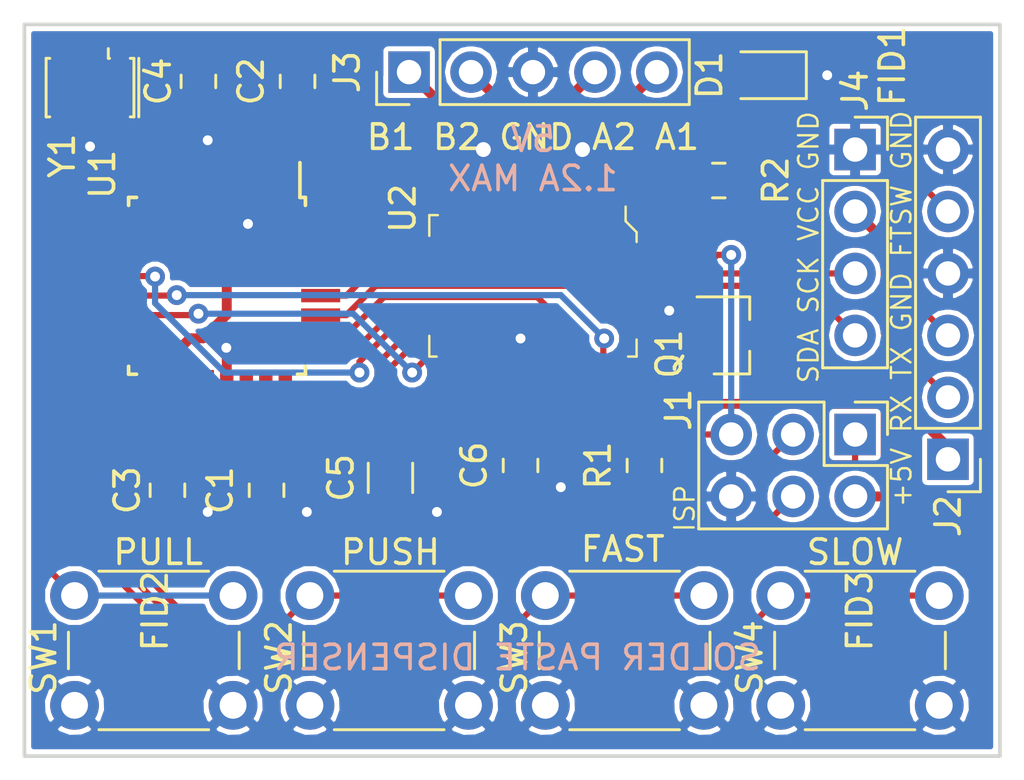
<source format=kicad_pcb>
(kicad_pcb (version 20171130) (host pcbnew 5.0.2-bee76a0~70~ubuntu16.04.1)

  (general
    (thickness 1.6)
    (drawings 14)
    (tracks 323)
    (zones 0)
    (modules 24)
    (nets 35)
  )

  (page A4)
  (title_block
    (title "Solder Paste Dispenser")
    (date 2019-05-26)
    (comment 1 "Koen De Vleeschauwer")
    (comment 2 "Released under the Creative Commons Attribution-ShareAlike 4.0 license.")
  )

  (layers
    (0 F.Cu signal)
    (31 B.Cu signal)
    (32 B.Adhes user)
    (33 F.Adhes user)
    (34 B.Paste user)
    (35 F.Paste user)
    (36 B.SilkS user)
    (37 F.SilkS user)
    (38 B.Mask user)
    (39 F.Mask user)
    (40 Dwgs.User user)
    (41 Cmts.User user)
    (42 Eco1.User user)
    (43 Eco2.User user)
    (44 Edge.Cuts user)
    (45 Margin user)
    (46 B.CrtYd user)
    (47 F.CrtYd user)
    (48 B.Fab user hide)
    (49 F.Fab user hide)
  )

  (setup
    (last_trace_width 0.254)
    (user_trace_width 0.2032)
    (user_trace_width 0.3048)
    (user_trace_width 0.4064)
    (trace_clearance 0.2032)
    (zone_clearance 0.2032)
    (zone_45_only no)
    (trace_min 0.2032)
    (segment_width 0.2)
    (edge_width 0.15)
    (via_size 0.8128)
    (via_drill 0.4064)
    (via_min_size 0.4064)
    (via_min_drill 0.3048)
    (uvia_size 0.3048)
    (uvia_drill 0.1016)
    (uvias_allowed no)
    (uvia_min_size 0.2)
    (uvia_min_drill 0.1)
    (pcb_text_width 0.3)
    (pcb_text_size 1.5 1.5)
    (mod_edge_width 0.15)
    (mod_text_size 1 1)
    (mod_text_width 0.15)
    (pad_size 1 1)
    (pad_drill 0)
    (pad_to_mask_clearance 0.051)
    (solder_mask_min_width 0.25)
    (aux_axis_origin 65 65)
    (visible_elements FFFFFF7F)
    (pcbplotparams
      (layerselection 0x010fc_ffffffff)
      (usegerberextensions true)
      (usegerberattributes false)
      (usegerberadvancedattributes false)
      (creategerberjobfile true)
      (excludeedgelayer true)
      (linewidth 0.100000)
      (plotframeref false)
      (viasonmask false)
      (mode 1)
      (useauxorigin false)
      (hpglpennumber 1)
      (hpglpenspeed 20)
      (hpglpendiameter 15.000000)
      (psnegative false)
      (psa4output false)
      (plotreference true)
      (plotvalue true)
      (plotinvisibletext false)
      (padsonsilk false)
      (subtractmaskfromsilk true)
      (outputformat 1)
      (mirror false)
      (drillshape 0)
      (scaleselection 1)
      (outputdirectory "gerbers/"))
  )

  (net 0 "")
  (net 1 +5V)
  (net 2 /RESET)
  (net 3 GND)
  (net 4 /RXD)
  (net 5 /TXD)
  (net 6 "Net-(U1-Pad19)")
  (net 7 /XTAL1)
  (net 8 /XTAL2)
  (net 9 /BUTTON_PUSH)
  (net 10 /BUTTON_PULL)
  (net 11 "Net-(U1-Pad22)")
  (net 12 /STEP_A1)
  (net 13 /STEP_A2)
  (net 14 /STEP_B1)
  (net 15 /STEP_B2)
  (net 16 /MOSI)
  (net 17 /MISO)
  (net 18 /SCK)
  (net 19 /LED)
  (net 20 /FOOTSWITCH)
  (net 21 /BUTTON_FAST)
  (net 22 /BUTTON_SLOW)
  (net 23 /MOT_A1)
  (net 24 /MOT_A2)
  (net 25 /MOT_B2)
  (net 26 /MOT_B1)
  (net 27 /STEP_STBY)
  (net 28 /SDA)
  (net 29 /SCL)
  (net 30 "Net-(U1-Pad20)")
  (net 31 /STEP_PWMB)
  (net 32 /STEP_PWMA)
  (net 33 VDD)
  (net 34 "Net-(D1-Pad2)")

  (net_class Default "This is the default net class."
    (clearance 0.2032)
    (trace_width 0.254)
    (via_dia 0.8128)
    (via_drill 0.4064)
    (uvia_dia 0.3048)
    (uvia_drill 0.1016)
    (diff_pair_gap 0.254)
    (diff_pair_width 0.2032)
    (add_net +5V)
    (add_net /BUTTON_FAST)
    (add_net /BUTTON_PULL)
    (add_net /BUTTON_PUSH)
    (add_net /BUTTON_SLOW)
    (add_net /FOOTSWITCH)
    (add_net /LED)
    (add_net /MISO)
    (add_net /MOSI)
    (add_net /MOT_A1)
    (add_net /MOT_A2)
    (add_net /MOT_B1)
    (add_net /MOT_B2)
    (add_net /RESET)
    (add_net /RXD)
    (add_net /SCK)
    (add_net /SCL)
    (add_net /SDA)
    (add_net /STEP_A1)
    (add_net /STEP_A2)
    (add_net /STEP_B1)
    (add_net /STEP_B2)
    (add_net /STEP_PWMA)
    (add_net /STEP_PWMB)
    (add_net /STEP_STBY)
    (add_net /TXD)
    (add_net /XTAL1)
    (add_net /XTAL2)
    (add_net GND)
    (add_net "Net-(D1-Pad2)")
    (add_net "Net-(U1-Pad19)")
    (add_net "Net-(U1-Pad20)")
    (add_net "Net-(U1-Pad22)")
    (add_net VDD)
  )

  (module Crystal:Resonator_SMD_muRata_CSTxExxV-3Pin_3.0x1.1mm_HandSoldering (layer F.Cu) (tedit 5AD3593B) (tstamp 5D21D39D)
    (at 67.691 37.592 180)
    (descr "SMD Resomator/Filter Murata CSTCE, https://www.murata.com/en-eu/products/productdata/8801162264606/SPEC-CSTNE16M0VH3C000R0.pdf")
    (tags "SMD SMT ceramic resonator filter")
    (path /5CC5D3B4)
    (attr smd)
    (fp_text reference Y1 (at 1.143 -2.794 270) (layer F.SilkS)
      (effects (font (size 1 1) (thickness 0.15)))
    )
    (fp_text value 16MHz (at 0 1.8 180) (layer F.Fab)
      (effects (font (size 0.2 0.2) (thickness 0.03)))
    )
    (fp_text user %R (at 0.1 -0.05 180) (layer F.Fab)
      (effects (font (size 0.6 0.6) (thickness 0.08)))
    )
    (fp_line (start 1.8 -1.2) (end 1.8 0.8) (layer F.SilkS) (width 0.12))
    (fp_line (start -1.8 0.8) (end -1.8 -1.2) (layer F.SilkS) (width 0.12))
    (fp_line (start -0.75 1.2) (end -0.75 1.6) (layer F.SilkS) (width 0.12))
    (fp_line (start -2 -1.2) (end -2 0.8) (layer F.SilkS) (width 0.12))
    (fp_line (start 1.8 0.8) (end 1.8 1.2) (layer F.SilkS) (width 0.12))
    (fp_line (start -1.8 0.8) (end -1.8 1.2) (layer F.SilkS) (width 0.12))
    (fp_line (start -2 0.8) (end -2 1.2) (layer F.SilkS) (width 0.12))
    (fp_line (start 1.5 0.8) (end 1.5 -0.8) (layer F.Fab) (width 0.1))
    (fp_line (start 1.5 -0.8) (end -1.5 -0.8) (layer F.Fab) (width 0.1))
    (fp_line (start -1 0.8) (end -1.5 0.3) (layer F.Fab) (width 0.1))
    (fp_line (start -1 0.8) (end 1.5 0.8) (layer F.Fab) (width 0.1))
    (fp_line (start -1.5 0.3) (end -1.5 -0.8) (layer F.Fab) (width 0.1))
    (fp_line (start 1.75 1.85) (end -1.75 1.85) (layer F.CrtYd) (width 0.05))
    (fp_line (start -1.75 -1.85) (end 1.75 -1.85) (layer F.CrtYd) (width 0.05))
    (fp_line (start 1.75 -1.85) (end 1.75 1.85) (layer F.CrtYd) (width 0.05))
    (fp_line (start -1.75 1.85) (end -1.75 -1.85) (layer F.CrtYd) (width 0.05))
    (fp_line (start -1.8 -1.2) (end -1.65 -1.2) (layer F.SilkS) (width 0.12))
    (fp_line (start -1.8 1.2) (end -1.65 1.2) (layer F.SilkS) (width 0.12))
    (fp_line (start -0.75 1.2) (end -0.8 1.2) (layer F.SilkS) (width 0.12))
    (fp_line (start 1.8 1.2) (end 1.65 1.2) (layer F.SilkS) (width 0.12))
    (fp_line (start 1.8 -1.2) (end 1.65 -1.2) (layer F.SilkS) (width 0.12))
    (pad 1 smd rect (at -1.2 0 180) (size 0.4 3.2) (layers F.Cu F.Paste F.Mask)
      (net 7 /XTAL1))
    (pad 2 smd rect (at 0 0 180) (size 0.4 3.2) (layers F.Cu F.Paste F.Mask)
      (net 3 GND))
    (pad 3 smd rect (at 1.2 0 180) (size 0.4 3.2) (layers F.Cu F.Paste F.Mask)
      (net 8 /XTAL2))
    (model ${KISYS3DMOD}/Crystal.3dshapes/Resonator_SMD_muRata_CSTxExxV-3Pin_3.0x1.1mm.wrl
      (at (xyz 0 0 0))
      (scale (xyz 1 1 1))
      (rotate (xyz 0 0 0))
    )
  )

  (module Connector_PinHeader_2.54mm:PinHeader_1x06_P2.54mm_Vertical (layer F.Cu) (tedit 59FED5CC) (tstamp 5D17FC0B)
    (at 102.87 52.832 180)
    (descr "Through hole straight pin header, 1x06, 2.54mm pitch, single row")
    (tags "Through hole pin header THT 1x06 2.54mm single row")
    (path /5D0C0C33)
    (fp_text reference J2 (at 0 -2.33 270) (layer F.SilkS)
      (effects (font (size 1 1) (thickness 0.15)))
    )
    (fp_text value EXT (at 1.778 12.954 270) (layer F.Fab)
      (effects (font (size 1 1) (thickness 0.15)))
    )
    (fp_line (start -0.635 -1.27) (end 1.27 -1.27) (layer F.Fab) (width 0.1))
    (fp_line (start 1.27 -1.27) (end 1.27 13.97) (layer F.Fab) (width 0.1))
    (fp_line (start 1.27 13.97) (end -1.27 13.97) (layer F.Fab) (width 0.1))
    (fp_line (start -1.27 13.97) (end -1.27 -0.635) (layer F.Fab) (width 0.1))
    (fp_line (start -1.27 -0.635) (end -0.635 -1.27) (layer F.Fab) (width 0.1))
    (fp_line (start -1.33 14.03) (end 1.33 14.03) (layer F.SilkS) (width 0.12))
    (fp_line (start -1.33 1.27) (end -1.33 14.03) (layer F.SilkS) (width 0.12))
    (fp_line (start 1.33 1.27) (end 1.33 14.03) (layer F.SilkS) (width 0.12))
    (fp_line (start -1.33 1.27) (end 1.33 1.27) (layer F.SilkS) (width 0.12))
    (fp_line (start -1.33 0) (end -1.33 -1.33) (layer F.SilkS) (width 0.12))
    (fp_line (start -1.33 -1.33) (end 0 -1.33) (layer F.SilkS) (width 0.12))
    (fp_line (start -1.8 -1.8) (end -1.8 14.5) (layer F.CrtYd) (width 0.05))
    (fp_line (start -1.8 14.5) (end 1.8 14.5) (layer F.CrtYd) (width 0.05))
    (fp_line (start 1.8 14.5) (end 1.8 -1.8) (layer F.CrtYd) (width 0.05))
    (fp_line (start 1.8 -1.8) (end -1.8 -1.8) (layer F.CrtYd) (width 0.05))
    (fp_text user %R (at 0 6.35 270) (layer F.Fab)
      (effects (font (size 1 1) (thickness 0.15)))
    )
    (pad 1 thru_hole rect (at 0 0 180) (size 1.7 1.7) (drill 1) (layers *.Cu *.Mask)
      (net 33 VDD))
    (pad 2 thru_hole oval (at 0 2.54 180) (size 1.7 1.7) (drill 1) (layers *.Cu *.Mask)
      (net 4 /RXD))
    (pad 3 thru_hole oval (at 0 5.08 180) (size 1.7 1.7) (drill 1) (layers *.Cu *.Mask)
      (net 5 /TXD))
    (pad 4 thru_hole oval (at 0 7.62 180) (size 1.7 1.7) (drill 1) (layers *.Cu *.Mask)
      (net 3 GND))
    (pad 5 thru_hole oval (at 0 10.16 180) (size 1.7 1.7) (drill 1) (layers *.Cu *.Mask)
      (net 20 /FOOTSWITCH))
    (pad 6 thru_hole oval (at 0 12.7 180) (size 1.7 1.7) (drill 1) (layers *.Cu *.Mask)
      (net 3 GND))
    (model ${KISYS3DMOD}/Connector_PinHeader_2.54mm.3dshapes/PinHeader_1x06_P2.54mm_Vertical.wrl
      (at (xyz 0 0 0))
      (scale (xyz 1 1 1))
      (rotate (xyz 0 0 0))
    )
  )

  (module Capacitor_SMD:C_0805_2012Metric (layer F.Cu) (tedit 5D0DE389) (tstamp 5D17C6E4)
    (at 72.136 37.338 90)
    (descr "Capacitor SMD 0805 (2012 Metric), square (rectangular) end terminal, IPC_7351 nominal, (Body size source: https://docs.google.com/spreadsheets/d/1BsfQQcO9C6DZCsRaXUlFlo91Tg2WpOkGARC1WS5S8t0/edit?usp=sharing), generated with kicad-footprint-generator")
    (tags capacitor)
    (path /5D0D6B62)
    (attr smd)
    (fp_text reference C4 (at 0 -1.65 90) (layer F.SilkS)
      (effects (font (size 1 1) (thickness 0.15)))
    )
    (fp_text value 100n (at 0 -2.032 90) (layer F.Fab)
      (effects (font (size 1 1) (thickness 0.15)))
    )
    (fp_line (start -1 0.6) (end -1 -0.6) (layer F.Fab) (width 0.1))
    (fp_line (start -1 -0.6) (end 1 -0.6) (layer F.Fab) (width 0.1))
    (fp_line (start 1 -0.6) (end 1 0.6) (layer F.Fab) (width 0.1))
    (fp_line (start 1 0.6) (end -1 0.6) (layer F.Fab) (width 0.1))
    (fp_line (start -0.258578 -0.71) (end 0.258578 -0.71) (layer F.SilkS) (width 0.12))
    (fp_line (start -0.258578 0.71) (end 0.258578 0.71) (layer F.SilkS) (width 0.12))
    (fp_line (start -1.68 0.95) (end -1.68 -0.95) (layer F.CrtYd) (width 0.05))
    (fp_line (start -1.68 -0.95) (end 1.68 -0.95) (layer F.CrtYd) (width 0.05))
    (fp_line (start 1.68 -0.95) (end 1.68 0.95) (layer F.CrtYd) (width 0.05))
    (fp_line (start 1.68 0.95) (end -1.68 0.95) (layer F.CrtYd) (width 0.05))
    (fp_text user %R (at 0 0 90) (layer F.Fab)
      (effects (font (size 0.5 0.5) (thickness 0.08)))
    )
    (pad 1 smd roundrect (at -0.9375 0 90) (size 0.975 1.4) (layers F.Cu F.Paste F.Mask) (roundrect_rratio 0.25)
      (net 1 +5V))
    (pad 2 smd roundrect (at 0.9375 0 90) (size 0.975 1.4) (layers F.Cu F.Paste F.Mask) (roundrect_rratio 0.25)
      (net 3 GND))
    (model ${KISYS3DMOD}/Capacitor_SMD.3dshapes/C_0805_2012Metric.wrl
      (at (xyz 0 0 0))
      (scale (xyz 1 1 1))
      (rotate (xyz 0 0 0))
    )
  )

  (module Fiducial:Fiducial_1mm_Dia_2.54mm_Outer_CopperTop (layer F.Cu) (tedit 5BF6F75D) (tstamp 5D08AC10)
    (at 99.314 62.23)
    (descr "Circular Fiducial, 1mm bare copper top, 2.54mm keepout")
    (tags fiducial)
    (path /5CFC0D9F)
    (attr smd)
    (fp_text reference FID3 (at -0.0635 -3.175 90) (layer F.SilkS)
      (effects (font (size 1 1) (thickness 0.15)))
    )
    (fp_text value Fiducial (at -0.0635 1.524) (layer F.Fab)
      (effects (font (size 1 1) (thickness 0.15)))
    )
    (fp_text user %R (at 0 0) (layer F.Fab)
      (effects (font (size 1 1) (thickness 0.15)))
    )
    (fp_circle (center 0 0) (end 1.55 0) (layer F.CrtYd) (width 0.05))
    (pad "" smd circle (at 0 0) (size 1 1) (layers F.Cu F.Mask)
      (solder_mask_margin 0.77) (clearance 0.77))
  )

  (module Fiducial:Fiducial_1mm_Dia_2.54mm_Outer_CopperTop (layer F.Cu) (tedit 5BF6F75D) (tstamp 5D07531D)
    (at 70.358 62.23)
    (descr "Circular Fiducial, 1mm bare copper top, 2.54mm keepout")
    (tags fiducial)
    (path /5CFA5FC4)
    (attr smd)
    (fp_text reference FID2 (at 0 -3.175 90) (layer F.SilkS)
      (effects (font (size 1 1) (thickness 0.15)))
    )
    (fp_text value Fiducial (at 0 1.524) (layer F.Fab)
      (effects (font (size 1 1) (thickness 0.15)))
    )
    (fp_circle (center 0 0) (end 1.55 0) (layer F.CrtYd) (width 0.05))
    (fp_text user %R (at 0 0) (layer F.Fab)
      (effects (font (size 1 1) (thickness 0.15)))
    )
    (pad "" smd circle (at 0 0) (size 1 1) (layers F.Cu F.Mask)
      (solder_mask_margin 0.77) (clearance 0.77))
  )

  (module Fiducial:Fiducial_1mm_Dia_2.54mm_Outer_CopperTop (layer F.Cu) (tedit 5BF6F75D) (tstamp 5D075316)
    (at 102.87 36.703)
    (descr "Circular Fiducial, 1mm bare copper top, 2.54mm keepout")
    (tags fiducial)
    (path /5CFA5E3D)
    (attr smd)
    (fp_text reference FID1 (at -2.286 0 90) (layer F.SilkS)
      (effects (font (size 1 1) (thickness 0.15)))
    )
    (fp_text value Fiducial (at 0 1.27) (layer F.Fab)
      (effects (font (size 1 1) (thickness 0.15)))
    )
    (fp_text user %R (at 0 0) (layer F.Fab)
      (effects (font (size 1 1) (thickness 0.15)))
    )
    (fp_circle (center 0 0) (end 1.55 0) (layer F.CrtYd) (width 0.05))
    (pad "" smd circle (at 0 0) (size 1 1) (layers F.Cu F.Mask)
      (solder_mask_margin 0.77) (clearance 0.77))
  )

  (module Package_TO_SOT_SMD:SOT-23 (layer F.Cu) (tedit 5A02FF57) (tstamp 5D061688)
    (at 93.98 47.752)
    (descr "SOT-23, Standard")
    (tags SOT-23)
    (path /5D062D96)
    (attr smd)
    (fp_text reference Q1 (at -2.54 0.762 90) (layer F.SilkS)
      (effects (font (size 1 1) (thickness 0.15)))
    )
    (fp_text value SSM3J328R_LF (at -2.667 -2.54 90) (layer F.Fab)
      (effects (font (size 1 1) (thickness 0.15)))
    )
    (fp_text user %R (at 0 0 90) (layer F.Fab)
      (effects (font (size 0.5 0.5) (thickness 0.075)))
    )
    (fp_line (start -0.7 -0.95) (end -0.7 1.5) (layer F.Fab) (width 0.1))
    (fp_line (start -0.15 -1.52) (end 0.7 -1.52) (layer F.Fab) (width 0.1))
    (fp_line (start -0.7 -0.95) (end -0.15 -1.52) (layer F.Fab) (width 0.1))
    (fp_line (start 0.7 -1.52) (end 0.7 1.52) (layer F.Fab) (width 0.1))
    (fp_line (start -0.7 1.52) (end 0.7 1.52) (layer F.Fab) (width 0.1))
    (fp_line (start 0.76 1.58) (end 0.76 0.65) (layer F.SilkS) (width 0.12))
    (fp_line (start 0.76 -1.58) (end 0.76 -0.65) (layer F.SilkS) (width 0.12))
    (fp_line (start -1.7 -1.75) (end 1.7 -1.75) (layer F.CrtYd) (width 0.05))
    (fp_line (start 1.7 -1.75) (end 1.7 1.75) (layer F.CrtYd) (width 0.05))
    (fp_line (start 1.7 1.75) (end -1.7 1.75) (layer F.CrtYd) (width 0.05))
    (fp_line (start -1.7 1.75) (end -1.7 -1.75) (layer F.CrtYd) (width 0.05))
    (fp_line (start 0.76 -1.58) (end -1.4 -1.58) (layer F.SilkS) (width 0.12))
    (fp_line (start 0.76 1.58) (end -0.7 1.58) (layer F.SilkS) (width 0.12))
    (pad 1 smd rect (at -1 -0.95) (size 0.9 0.8) (layers F.Cu F.Paste F.Mask)
      (net 3 GND))
    (pad 2 smd rect (at -1 0.95) (size 0.9 0.8) (layers F.Cu F.Paste F.Mask)
      (net 1 +5V))
    (pad 3 smd rect (at 1 0) (size 0.9 0.8) (layers F.Cu F.Paste F.Mask)
      (net 33 VDD))
    (model ${KISYS3DMOD}/Package_TO_SOT_SMD.3dshapes/SOT-23.wrl
      (at (xyz 0 0 0))
      (scale (xyz 1 1 1))
      (rotate (xyz 0 0 0))
    )
  )

  (module Capacitor_SMD:C_1206_3216Metric (layer F.Cu) (tedit 5D0DE39C) (tstamp 5CFC0AC8)
    (at 80.01 53.594 270)
    (descr "Capacitor SMD 1206 (3216 Metric), square (rectangular) end terminal, IPC_7351 nominal, (Body size source: http://www.tortai-tech.com/upload/download/2011102023233369053.pdf), generated with kicad-footprint-generator")
    (tags capacitor)
    (path /5CE0A7D0)
    (attr smd)
    (fp_text reference C5 (at 0 2.032 270) (layer F.SilkS)
      (effects (font (size 1 1) (thickness 0.15)))
    )
    (fp_text value 22u (at 0 1.82 270) (layer F.Fab)
      (effects (font (size 1 1) (thickness 0.15)))
    )
    (fp_line (start -1.6 0.8) (end -1.6 -0.8) (layer F.Fab) (width 0.1))
    (fp_line (start -1.6 -0.8) (end 1.6 -0.8) (layer F.Fab) (width 0.1))
    (fp_line (start 1.6 -0.8) (end 1.6 0.8) (layer F.Fab) (width 0.1))
    (fp_line (start 1.6 0.8) (end -1.6 0.8) (layer F.Fab) (width 0.1))
    (fp_line (start -0.602064 -0.91) (end 0.602064 -0.91) (layer F.SilkS) (width 0.12))
    (fp_line (start -0.602064 0.91) (end 0.602064 0.91) (layer F.SilkS) (width 0.12))
    (fp_line (start -2.28 1.12) (end -2.28 -1.12) (layer F.CrtYd) (width 0.05))
    (fp_line (start -2.28 -1.12) (end 2.28 -1.12) (layer F.CrtYd) (width 0.05))
    (fp_line (start 2.28 -1.12) (end 2.28 1.12) (layer F.CrtYd) (width 0.05))
    (fp_line (start 2.28 1.12) (end -2.28 1.12) (layer F.CrtYd) (width 0.05))
    (fp_text user %R (at 0 0 270) (layer F.Fab)
      (effects (font (size 0.8 0.8) (thickness 0.12)))
    )
    (pad 1 smd roundrect (at -1.4 0 270) (size 1.25 1.75) (layers F.Cu F.Paste F.Mask) (roundrect_rratio 0.2)
      (net 1 +5V))
    (pad 2 smd roundrect (at 1.4 0 270) (size 1.25 1.75) (layers F.Cu F.Paste F.Mask) (roundrect_rratio 0.2)
      (net 3 GND))
    (model ${KISYS3DMOD}/Capacitor_SMD.3dshapes/C_1206_3216Metric.wrl
      (at (xyz 0 0 0))
      (scale (xyz 1 1 1))
      (rotate (xyz 0 0 0))
    )
  )

  (module digikey-footprints:LSSOP-24_W5.6mm (layer F.Cu) (tedit 59CE93AC) (tstamp 5CF107AA)
    (at 85.852 45.72 270)
    (descr "file:///C:/Users/alex_wegscheid/Downloads/TB6612FNG_datasheet_en_20141001%20(7).pdf")
    (path /5CE4135A)
    (fp_text reference U2 (at -3.175 5.334 270) (layer F.SilkS)
      (effects (font (size 1 1) (thickness 0.15)))
    )
    (fp_text value TB6612FNG_C_8_EL (at 0 6.25 270) (layer F.Fab)
      (effects (font (size 1 1) (thickness 0.15)))
    )
    (fp_text user %R (at 0 0 270) (layer F.Fab)
      (effects (font (size 1 1) (thickness 0.15)))
    )
    (fp_line (start -4.4 -4.5) (end 4.4 -4.5) (layer F.CrtYd) (width 0.05))
    (fp_line (start 4.4 -4.5) (end 4.4 4.5) (layer F.CrtYd) (width 0.05))
    (fp_line (start -4.4 -4.5) (end -4.4 4.5) (layer F.CrtYd) (width 0.05))
    (fp_line (start -4.4 4.5) (end 4.4 4.5) (layer F.CrtYd) (width 0.05))
    (fp_line (start 2.9 3.95) (end 2.9 4.25) (layer F.SilkS) (width 0.1))
    (fp_line (start 2.9 4.25) (end 2.05 4.25) (layer F.SilkS) (width 0.1))
    (fp_line (start -2.9 3.9) (end -2.9 4.25) (layer F.SilkS) (width 0.1))
    (fp_line (start -2.9 4.25) (end -2.05 4.25) (layer F.SilkS) (width 0.1))
    (fp_line (start 2.9 -3.9) (end 2.9 -4.25) (layer F.SilkS) (width 0.1))
    (fp_line (start 2.9 -4.25) (end 2.2 -4.25) (layer F.SilkS) (width 0.1))
    (fp_line (start -3.25 -3.8) (end -2.7 -3.8) (layer F.SilkS) (width 0.1))
    (fp_line (start -2.7 -3.8) (end -2.65 -3.8) (layer F.SilkS) (width 0.1))
    (fp_line (start -2.65 -3.8) (end -2.2 -4.25) (layer F.SilkS) (width 0.1))
    (fp_line (start -2.2 -4.25) (end -1.8 -4.25) (layer F.SilkS) (width 0.1))
    (fp_line (start -2.8 -3.5) (end -2.8 4.15) (layer F.Fab) (width 0.1))
    (fp_line (start 2.8 -4.15) (end -2.15 -4.15) (layer F.Fab) (width 0.1))
    (fp_line (start -2.8 -3.5) (end -2.15 -4.15) (layer F.Fab) (width 0.1))
    (fp_line (start 2.8 -4.15) (end 2.8 4.15) (layer F.Fab) (width 0.1))
    (fp_line (start -2.8 4.15) (end 2.8 4.15) (layer F.Fab) (width 0.1))
    (pad 6 smd rect (at -3.575 -0.325 270) (size 1 0.4) (layers F.Cu F.Paste F.Mask)
      (net 24 /MOT_A2))
    (pad 7 smd rect (at -3.575 0.325 270) (size 1 0.4) (layers F.Cu F.Paste F.Mask)
      (net 25 /MOT_B2))
    (pad 5 smd rect (at -3.575 -0.965 270) (size 1 0.4) (layers F.Cu F.Paste F.Mask)
      (net 24 /MOT_A2))
    (pad 4 smd rect (at -3.575 -1.605 270) (size 1 0.4) (layers F.Cu F.Paste F.Mask)
      (net 3 GND))
    (pad 3 smd rect (at -3.575 -2.245 270) (size 1 0.4) (layers F.Cu F.Paste F.Mask)
      (net 3 GND))
    (pad 2 smd rect (at -3.575 -2.885 270) (size 1 0.4) (layers F.Cu F.Paste F.Mask)
      (net 23 /MOT_A1))
    (pad 1 smd rect (at -3.575 -3.525 270) (size 1 0.4) (layers F.Cu F.Paste F.Mask)
      (net 23 /MOT_A1))
    (pad 8 smd rect (at -3.575 0.965 270) (size 1 0.4) (layers F.Cu F.Paste F.Mask)
      (net 25 /MOT_B2))
    (pad 9 smd rect (at -3.575 1.605 270) (size 1 0.4) (layers F.Cu F.Paste F.Mask)
      (net 3 GND))
    (pad 10 smd rect (at -3.575 2.245 270) (size 1 0.4) (layers F.Cu F.Paste F.Mask)
      (net 3 GND))
    (pad 11 smd rect (at -3.575 2.885 270) (size 1 0.4) (layers F.Cu F.Paste F.Mask)
      (net 26 /MOT_B1))
    (pad 12 smd rect (at -3.575 3.525 270) (size 1 0.4) (layers F.Cu F.Paste F.Mask)
      (net 26 /MOT_B1))
    (pad 19 smd rect (at 3.575 -0.325 270) (size 1 0.4) (layers F.Cu F.Paste F.Mask)
      (net 27 /STEP_STBY))
    (pad 20 smd rect (at 3.575 -0.965 270) (size 1 0.4) (layers F.Cu F.Paste F.Mask)
      (net 1 +5V))
    (pad 21 smd rect (at 3.575 -1.605 270) (size 1 0.4) (layers F.Cu F.Paste F.Mask)
      (net 12 /STEP_A1))
    (pad 22 smd rect (at 3.575 -2.245 270) (size 1 0.4) (layers F.Cu F.Paste F.Mask)
      (net 13 /STEP_A2))
    (pad 23 smd rect (at 3.575 -2.885 270) (size 1 0.4) (layers F.Cu F.Paste F.Mask)
      (net 32 /STEP_PWMA))
    (pad 24 smd rect (at 3.575 -3.525 270) (size 1 0.4) (layers F.Cu F.Paste F.Mask)
      (net 1 +5V))
    (pad 18 smd rect (at 3.575 0.325 270) (size 1 0.4) (layers F.Cu F.Paste F.Mask)
      (net 3 GND))
    (pad 17 smd rect (at 3.575 0.965 270) (size 1 0.4) (layers F.Cu F.Paste F.Mask)
      (net 14 /STEP_B1))
    (pad 16 smd rect (at 3.575 1.605 270) (size 1 0.4) (layers F.Cu F.Paste F.Mask)
      (net 15 /STEP_B2))
    (pad 15 smd rect (at 3.575 2.245 270) (size 1 0.4) (layers F.Cu F.Paste F.Mask)
      (net 31 /STEP_PWMB))
    (pad 14 smd rect (at 3.575 2.885 270) (size 1 0.4) (layers F.Cu F.Paste F.Mask)
      (net 1 +5V))
    (pad 13 smd rect (at 3.575 3.525 270) (size 1 0.4) (layers F.Cu F.Paste F.Mask)
      (net 1 +5V))
    (model ${KISYS3DMOD}/Package_SO.3dshapes/SSOP-24_5.3x8.2mm_P0.65mm.wrl
      (at (xyz 0 0 0))
      (scale (xyz 1 1 1))
      (rotate (xyz 0 0 0))
    )
  )

  (module Capacitor_SMD:C_0805_2012Metric (layer F.Cu) (tedit 5D0DE3AB) (tstamp 5CF0E941)
    (at 85.344 53.086 270)
    (descr "Capacitor SMD 0805 (2012 Metric), square (rectangular) end terminal, IPC_7351 nominal, (Body size source: https://docs.google.com/spreadsheets/d/1BsfQQcO9C6DZCsRaXUlFlo91Tg2WpOkGARC1WS5S8t0/edit?usp=sharing), generated with kicad-footprint-generator")
    (tags capacitor)
    (path /5CE3E7B8)
    (attr smd)
    (fp_text reference C6 (at 0 1.905 270) (layer F.SilkS)
      (effects (font (size 1 1) (thickness 0.15)))
    )
    (fp_text value 100n (at 0 1.65 270) (layer F.Fab)
      (effects (font (size 1 1) (thickness 0.15)))
    )
    (fp_line (start -1 0.6) (end -1 -0.6) (layer F.Fab) (width 0.1))
    (fp_line (start -1 -0.6) (end 1 -0.6) (layer F.Fab) (width 0.1))
    (fp_line (start 1 -0.6) (end 1 0.6) (layer F.Fab) (width 0.1))
    (fp_line (start 1 0.6) (end -1 0.6) (layer F.Fab) (width 0.1))
    (fp_line (start -0.258578 -0.71) (end 0.258578 -0.71) (layer F.SilkS) (width 0.12))
    (fp_line (start -0.258578 0.71) (end 0.258578 0.71) (layer F.SilkS) (width 0.12))
    (fp_line (start -1.68 0.95) (end -1.68 -0.95) (layer F.CrtYd) (width 0.05))
    (fp_line (start -1.68 -0.95) (end 1.68 -0.95) (layer F.CrtYd) (width 0.05))
    (fp_line (start 1.68 -0.95) (end 1.68 0.95) (layer F.CrtYd) (width 0.05))
    (fp_line (start 1.68 0.95) (end -1.68 0.95) (layer F.CrtYd) (width 0.05))
    (fp_text user %R (at 0 0 270) (layer F.Fab)
      (effects (font (size 0.5 0.5) (thickness 0.08)))
    )
    (pad 1 smd roundrect (at -0.9375 0 270) (size 0.975 1.4) (layers F.Cu F.Paste F.Mask) (roundrect_rratio 0.25)
      (net 1 +5V))
    (pad 2 smd roundrect (at 0.9375 0 270) (size 0.975 1.4) (layers F.Cu F.Paste F.Mask) (roundrect_rratio 0.25)
      (net 3 GND))
    (model ${KISYS3DMOD}/Capacitor_SMD.3dshapes/C_0805_2012Metric.wrl
      (at (xyz 0 0 0))
      (scale (xyz 1 1 1))
      (rotate (xyz 0 0 0))
    )
  )

  (module Connector_PinHeader_2.54mm:PinHeader_1x05_P2.54mm_Vertical (layer F.Cu) (tedit 59FED5CC) (tstamp 5CECEAA2)
    (at 80.772 36.957 90)
    (descr "Through hole straight pin header, 1x05, 2.54mm pitch, single row")
    (tags "Through hole pin header THT 1x05 2.54mm single row")
    (path /5CDFD25C)
    (fp_text reference J3 (at 0 -2.54 90) (layer F.SilkS)
      (effects (font (size 1 1) (thickness 0.15)))
    )
    (fp_text value STEPPER (at 2.54 1.27 180) (layer F.Fab)
      (effects (font (size 1 1) (thickness 0.15)))
    )
    (fp_line (start -0.635 -1.27) (end 1.27 -1.27) (layer F.Fab) (width 0.1))
    (fp_line (start 1.27 -1.27) (end 1.27 11.43) (layer F.Fab) (width 0.1))
    (fp_line (start 1.27 11.43) (end -1.27 11.43) (layer F.Fab) (width 0.1))
    (fp_line (start -1.27 11.43) (end -1.27 -0.635) (layer F.Fab) (width 0.1))
    (fp_line (start -1.27 -0.635) (end -0.635 -1.27) (layer F.Fab) (width 0.1))
    (fp_line (start -1.33 11.49) (end 1.33 11.49) (layer F.SilkS) (width 0.12))
    (fp_line (start -1.33 1.27) (end -1.33 11.49) (layer F.SilkS) (width 0.12))
    (fp_line (start 1.33 1.27) (end 1.33 11.49) (layer F.SilkS) (width 0.12))
    (fp_line (start -1.33 1.27) (end 1.33 1.27) (layer F.SilkS) (width 0.12))
    (fp_line (start -1.33 0) (end -1.33 -1.33) (layer F.SilkS) (width 0.12))
    (fp_line (start -1.33 -1.33) (end 0 -1.33) (layer F.SilkS) (width 0.12))
    (fp_line (start -1.8 -1.8) (end -1.8 11.95) (layer F.CrtYd) (width 0.05))
    (fp_line (start -1.8 11.95) (end 1.8 11.95) (layer F.CrtYd) (width 0.05))
    (fp_line (start 1.8 11.95) (end 1.8 -1.8) (layer F.CrtYd) (width 0.05))
    (fp_line (start 1.8 -1.8) (end -1.8 -1.8) (layer F.CrtYd) (width 0.05))
    (fp_text user %R (at 0 5.08 180) (layer F.Fab)
      (effects (font (size 1 1) (thickness 0.15)))
    )
    (pad 1 thru_hole rect (at 0 0 90) (size 1.7 1.7) (drill 1) (layers *.Cu *.Mask)
      (net 26 /MOT_B1))
    (pad 2 thru_hole oval (at 0 2.54 90) (size 1.7 1.7) (drill 1) (layers *.Cu *.Mask)
      (net 25 /MOT_B2))
    (pad 3 thru_hole oval (at 0 5.08 90) (size 1.7 1.7) (drill 1) (layers *.Cu *.Mask)
      (net 3 GND))
    (pad 4 thru_hole oval (at 0 7.62 90) (size 1.7 1.7) (drill 1) (layers *.Cu *.Mask)
      (net 24 /MOT_A2))
    (pad 5 thru_hole oval (at 0 10.16 90) (size 1.7 1.7) (drill 1) (layers *.Cu *.Mask)
      (net 23 /MOT_A1))
    (model ${KISYS3DMOD}/Connector_PinHeader_2.54mm.3dshapes/PinHeader_1x05_P2.54mm_Vertical.wrl
      (at (xyz 0 0 0))
      (scale (xyz 1 1 1))
      (rotate (xyz 0 0 0))
    )
  )

  (module Connector_PinHeader_2.54mm:PinHeader_2x03_P2.54mm_Vertical (layer F.Cu) (tedit 5CDE5095) (tstamp 5CCA65D1)
    (at 99.06 51.816 270)
    (descr "Through hole straight pin header, 2x03, 2.54mm pitch, double rows")
    (tags "Through hole pin header THT 2x03 2.54mm double row")
    (path /5CBD764B)
    (fp_text reference J1 (at -1.016 7.239 270) (layer F.SilkS)
      (effects (font (size 1 1) (thickness 0.15)))
    )
    (fp_text value ISP (at 1.143 6.985 270) (layer F.Fab)
      (effects (font (size 1 1) (thickness 0.15)))
    )
    (fp_line (start 0 -1.27) (end 3.81 -1.27) (layer F.Fab) (width 0.1))
    (fp_line (start 3.81 -1.27) (end 3.81 6.35) (layer F.Fab) (width 0.1))
    (fp_line (start 3.81 6.35) (end -1.27 6.35) (layer F.Fab) (width 0.1))
    (fp_line (start -1.27 6.35) (end -1.27 0) (layer F.Fab) (width 0.1))
    (fp_line (start -1.27 0) (end 0 -1.27) (layer F.Fab) (width 0.1))
    (fp_line (start -1.33 6.41) (end 3.87 6.41) (layer F.SilkS) (width 0.12))
    (fp_line (start -1.33 1.27) (end -1.33 6.41) (layer F.SilkS) (width 0.12))
    (fp_line (start 3.87 -1.33) (end 3.87 6.41) (layer F.SilkS) (width 0.12))
    (fp_line (start -1.33 1.27) (end 1.27 1.27) (layer F.SilkS) (width 0.12))
    (fp_line (start 1.27 1.27) (end 1.27 -1.33) (layer F.SilkS) (width 0.12))
    (fp_line (start 1.27 -1.33) (end 3.87 -1.33) (layer F.SilkS) (width 0.12))
    (fp_line (start -1.33 0) (end -1.33 -1.33) (layer F.SilkS) (width 0.12))
    (fp_line (start -1.33 -1.33) (end 0 -1.33) (layer F.SilkS) (width 0.12))
    (fp_line (start -1.8 -1.8) (end -1.8 6.85) (layer F.CrtYd) (width 0.05))
    (fp_line (start -1.8 6.85) (end 4.35 6.85) (layer F.CrtYd) (width 0.05))
    (fp_line (start 4.35 6.85) (end 4.35 -1.8) (layer F.CrtYd) (width 0.05))
    (fp_line (start 4.35 -1.8) (end -1.8 -1.8) (layer F.CrtYd) (width 0.05))
    (fp_text user %R (at 1.27 2.54) (layer F.Fab)
      (effects (font (size 1 1) (thickness 0.15)))
    )
    (pad 1 thru_hole rect (at 0 0 270) (size 1.7 1.7) (drill 1) (layers *.Cu *.Mask)
      (net 17 /MISO))
    (pad 2 thru_hole oval (at 2.54 0 270) (size 1.7 1.7) (drill 1) (layers *.Cu *.Mask)
      (net 1 +5V))
    (pad 3 thru_hole oval (at 0 2.54 270) (size 1.7 1.7) (drill 1) (layers *.Cu *.Mask)
      (net 18 /SCK))
    (pad 4 thru_hole oval (at 2.54 2.54 270) (size 1.7 1.7) (drill 1) (layers *.Cu *.Mask)
      (net 16 /MOSI))
    (pad 5 thru_hole oval (at 0 5.08 270) (size 1.7 1.7) (drill 1) (layers *.Cu *.Mask)
      (net 2 /RESET))
    (pad 6 thru_hole oval (at 2.54 5.08 270) (size 1.7 1.7) (drill 1) (layers *.Cu *.Mask)
      (net 3 GND))
    (model ${KISYS3DMOD}/Connector_PinHeader_2.54mm.3dshapes/PinHeader_2x03_P2.54mm_Vertical.wrl
      (at (xyz 0 0 0))
      (scale (xyz 1 1 1))
      (rotate (xyz 0 0 0))
    )
  )

  (module Connector_PinSocket_2.54mm:PinSocket_1x04_P2.54mm_Vertical (layer F.Cu) (tedit 5CDE513B) (tstamp 5CE9A84B)
    (at 99.06 40.132)
    (descr "Through hole straight socket strip, 1x04, 2.54mm pitch, single row (from Kicad 4.0.7), script generated")
    (tags "Through hole socket strip THT 1x04 2.54mm single row")
    (path /5CF7D892)
    (fp_text reference J4 (at 0 -2.413 90) (layer F.SilkS)
      (effects (font (size 1 1) (thickness 0.15)))
    )
    (fp_text value OLED (at -2.54 0.127 90) (layer F.Fab)
      (effects (font (size 1 1) (thickness 0.15)))
    )
    (fp_line (start -1.27 -1.27) (end 0.635 -1.27) (layer F.Fab) (width 0.1))
    (fp_line (start 0.635 -1.27) (end 1.27 -0.635) (layer F.Fab) (width 0.1))
    (fp_line (start 1.27 -0.635) (end 1.27 8.89) (layer F.Fab) (width 0.1))
    (fp_line (start 1.27 8.89) (end -1.27 8.89) (layer F.Fab) (width 0.1))
    (fp_line (start -1.27 8.89) (end -1.27 -1.27) (layer F.Fab) (width 0.1))
    (fp_line (start -1.33 1.27) (end 1.33 1.27) (layer F.SilkS) (width 0.12))
    (fp_line (start -1.33 1.27) (end -1.33 8.95) (layer F.SilkS) (width 0.12))
    (fp_line (start -1.33 8.95) (end 1.33 8.95) (layer F.SilkS) (width 0.12))
    (fp_line (start 1.33 1.27) (end 1.33 8.95) (layer F.SilkS) (width 0.12))
    (fp_line (start 1.33 -1.33) (end 1.33 0) (layer F.SilkS) (width 0.12))
    (fp_line (start 0 -1.33) (end 1.33 -1.33) (layer F.SilkS) (width 0.12))
    (fp_line (start -1.8 -1.8) (end 1.75 -1.8) (layer F.CrtYd) (width 0.05))
    (fp_line (start 1.75 -1.8) (end 1.75 9.4) (layer F.CrtYd) (width 0.05))
    (fp_line (start 1.75 9.4) (end -1.8 9.4) (layer F.CrtYd) (width 0.05))
    (fp_line (start -1.8 9.4) (end -1.8 -1.8) (layer F.CrtYd) (width 0.05))
    (fp_text user %R (at 0 3.81 90) (layer F.Fab)
      (effects (font (size 1 1) (thickness 0.15)))
    )
    (pad 1 thru_hole rect (at 0 0) (size 1.7 1.7) (drill 1) (layers *.Cu *.Mask)
      (net 3 GND))
    (pad 2 thru_hole oval (at 0 2.54) (size 1.7 1.7) (drill 1) (layers *.Cu *.Mask)
      (net 1 +5V))
    (pad 3 thru_hole oval (at 0 5.08) (size 1.7 1.7) (drill 1) (layers *.Cu *.Mask)
      (net 29 /SCL))
    (pad 4 thru_hole oval (at 0 7.62) (size 1.7 1.7) (drill 1) (layers *.Cu *.Mask)
      (net 28 /SDA))
    (model ${KISYS3DMOD}/Connector_PinSocket_2.54mm.3dshapes/PinSocket_1x04_P2.54mm_Vertical.wrl
      (at (xyz 0 0 0))
      (scale (xyz 1 1 1))
      (rotate (xyz 0 0 0))
    )
  )

  (module Button_Switch_THT:SW_PUSH_6mm (layer F.Cu) (tedit 5A02FE31) (tstamp 5CE8FC2F)
    (at 96.012 58.42)
    (descr https://www.omron.com/ecb/products/pdf/en-b3f.pdf)
    (tags "tact sw push 6mm")
    (path /5CDCACB9)
    (fp_text reference SW4 (at -1.27 2.54 90) (layer F.SilkS)
      (effects (font (size 1 1) (thickness 0.15)))
    )
    (fp_text value SW_PB (at 3.75 6.7) (layer F.Fab)
      (effects (font (size 1 1) (thickness 0.15)))
    )
    (fp_circle (center 3.25 2.25) (end 1.25 2.5) (layer F.Fab) (width 0.1))
    (fp_line (start 6.75 3) (end 6.75 1.5) (layer F.SilkS) (width 0.12))
    (fp_line (start 5.5 -1) (end 1 -1) (layer F.SilkS) (width 0.12))
    (fp_line (start -0.25 1.5) (end -0.25 3) (layer F.SilkS) (width 0.12))
    (fp_line (start 1 5.5) (end 5.5 5.5) (layer F.SilkS) (width 0.12))
    (fp_line (start 8 -1.25) (end 8 5.75) (layer F.CrtYd) (width 0.05))
    (fp_line (start 7.75 6) (end -1.25 6) (layer F.CrtYd) (width 0.05))
    (fp_line (start -1.5 5.75) (end -1.5 -1.25) (layer F.CrtYd) (width 0.05))
    (fp_line (start -1.25 -1.5) (end 7.75 -1.5) (layer F.CrtYd) (width 0.05))
    (fp_line (start -1.5 6) (end -1.25 6) (layer F.CrtYd) (width 0.05))
    (fp_line (start -1.5 5.75) (end -1.5 6) (layer F.CrtYd) (width 0.05))
    (fp_line (start -1.5 -1.5) (end -1.25 -1.5) (layer F.CrtYd) (width 0.05))
    (fp_line (start -1.5 -1.25) (end -1.5 -1.5) (layer F.CrtYd) (width 0.05))
    (fp_line (start 8 -1.5) (end 8 -1.25) (layer F.CrtYd) (width 0.05))
    (fp_line (start 7.75 -1.5) (end 8 -1.5) (layer F.CrtYd) (width 0.05))
    (fp_line (start 8 6) (end 8 5.75) (layer F.CrtYd) (width 0.05))
    (fp_line (start 7.75 6) (end 8 6) (layer F.CrtYd) (width 0.05))
    (fp_line (start 0.25 -0.75) (end 3.25 -0.75) (layer F.Fab) (width 0.1))
    (fp_line (start 0.25 5.25) (end 0.25 -0.75) (layer F.Fab) (width 0.1))
    (fp_line (start 6.25 5.25) (end 0.25 5.25) (layer F.Fab) (width 0.1))
    (fp_line (start 6.25 -0.75) (end 6.25 5.25) (layer F.Fab) (width 0.1))
    (fp_line (start 3.25 -0.75) (end 6.25 -0.75) (layer F.Fab) (width 0.1))
    (fp_text user %R (at 3.25 2.25) (layer F.Fab)
      (effects (font (size 1 1) (thickness 0.15)))
    )
    (pad 1 thru_hole circle (at 6.5 0 90) (size 2 2) (drill 1.1) (layers *.Cu *.Mask)
      (net 22 /BUTTON_SLOW))
    (pad 2 thru_hole circle (at 6.5 4.5 90) (size 2 2) (drill 1.1) (layers *.Cu *.Mask)
      (net 3 GND))
    (pad 1 thru_hole circle (at 0 0 90) (size 2 2) (drill 1.1) (layers *.Cu *.Mask)
      (net 22 /BUTTON_SLOW))
    (pad 2 thru_hole circle (at 0 4.5 90) (size 2 2) (drill 1.1) (layers *.Cu *.Mask)
      (net 3 GND))
    (model ${KISYS3DMOD}/Button_Switch_THT.3dshapes/SW_PUSH_6mm.wrl
      (at (xyz 0 0 0))
      (scale (xyz 1 1 1))
      (rotate (xyz 0 0 0))
    )
  )

  (module Button_Switch_THT:SW_PUSH_6mm (layer F.Cu) (tedit 5A02FE31) (tstamp 5CE8FC10)
    (at 86.36 58.42)
    (descr https://www.omron.com/ecb/products/pdf/en-b3f.pdf)
    (tags "tact sw push 6mm")
    (path /5CDCACAD)
    (fp_text reference SW3 (at -1.27 2.54 90) (layer F.SilkS)
      (effects (font (size 1 1) (thickness 0.15)))
    )
    (fp_text value SW_PB (at 3.75 6.7) (layer F.Fab)
      (effects (font (size 1 1) (thickness 0.15)))
    )
    (fp_text user %R (at 3.25 2.25) (layer F.Fab)
      (effects (font (size 1 1) (thickness 0.15)))
    )
    (fp_line (start 3.25 -0.75) (end 6.25 -0.75) (layer F.Fab) (width 0.1))
    (fp_line (start 6.25 -0.75) (end 6.25 5.25) (layer F.Fab) (width 0.1))
    (fp_line (start 6.25 5.25) (end 0.25 5.25) (layer F.Fab) (width 0.1))
    (fp_line (start 0.25 5.25) (end 0.25 -0.75) (layer F.Fab) (width 0.1))
    (fp_line (start 0.25 -0.75) (end 3.25 -0.75) (layer F.Fab) (width 0.1))
    (fp_line (start 7.75 6) (end 8 6) (layer F.CrtYd) (width 0.05))
    (fp_line (start 8 6) (end 8 5.75) (layer F.CrtYd) (width 0.05))
    (fp_line (start 7.75 -1.5) (end 8 -1.5) (layer F.CrtYd) (width 0.05))
    (fp_line (start 8 -1.5) (end 8 -1.25) (layer F.CrtYd) (width 0.05))
    (fp_line (start -1.5 -1.25) (end -1.5 -1.5) (layer F.CrtYd) (width 0.05))
    (fp_line (start -1.5 -1.5) (end -1.25 -1.5) (layer F.CrtYd) (width 0.05))
    (fp_line (start -1.5 5.75) (end -1.5 6) (layer F.CrtYd) (width 0.05))
    (fp_line (start -1.5 6) (end -1.25 6) (layer F.CrtYd) (width 0.05))
    (fp_line (start -1.25 -1.5) (end 7.75 -1.5) (layer F.CrtYd) (width 0.05))
    (fp_line (start -1.5 5.75) (end -1.5 -1.25) (layer F.CrtYd) (width 0.05))
    (fp_line (start 7.75 6) (end -1.25 6) (layer F.CrtYd) (width 0.05))
    (fp_line (start 8 -1.25) (end 8 5.75) (layer F.CrtYd) (width 0.05))
    (fp_line (start 1 5.5) (end 5.5 5.5) (layer F.SilkS) (width 0.12))
    (fp_line (start -0.25 1.5) (end -0.25 3) (layer F.SilkS) (width 0.12))
    (fp_line (start 5.5 -1) (end 1 -1) (layer F.SilkS) (width 0.12))
    (fp_line (start 6.75 3) (end 6.75 1.5) (layer F.SilkS) (width 0.12))
    (fp_circle (center 3.25 2.25) (end 1.25 2.5) (layer F.Fab) (width 0.1))
    (pad 2 thru_hole circle (at 0 4.5 90) (size 2 2) (drill 1.1) (layers *.Cu *.Mask)
      (net 3 GND))
    (pad 1 thru_hole circle (at 0 0 90) (size 2 2) (drill 1.1) (layers *.Cu *.Mask)
      (net 21 /BUTTON_FAST))
    (pad 2 thru_hole circle (at 6.5 4.5 90) (size 2 2) (drill 1.1) (layers *.Cu *.Mask)
      (net 3 GND))
    (pad 1 thru_hole circle (at 6.5 0 90) (size 2 2) (drill 1.1) (layers *.Cu *.Mask)
      (net 21 /BUTTON_FAST))
    (model ${KISYS3DMOD}/Button_Switch_THT.3dshapes/SW_PUSH_6mm.wrl
      (at (xyz 0 0 0))
      (scale (xyz 1 1 1))
      (rotate (xyz 0 0 0))
    )
  )

  (module Capacitor_SMD:C_0805_2012Metric (layer F.Cu) (tedit 5CE0DD28) (tstamp 5CCC22B2)
    (at 70.866 54.102 270)
    (descr "Capacitor SMD 0805 (2012 Metric), square (rectangular) end terminal, IPC_7351 nominal, (Body size source: https://docs.google.com/spreadsheets/d/1BsfQQcO9C6DZCsRaXUlFlo91Tg2WpOkGARC1WS5S8t0/edit?usp=sharing), generated with kicad-footprint-generator")
    (tags capacitor)
    (path /5CB6B17F)
    (attr smd)
    (fp_text reference C3 (at 0 1.651 270) (layer F.SilkS)
      (effects (font (size 1 1) (thickness 0.15)))
    )
    (fp_text value 100n (at 0 1.65 270) (layer F.Fab)
      (effects (font (size 1 1) (thickness 0.15)))
    )
    (fp_line (start -1 0.6) (end -1 -0.6) (layer F.Fab) (width 0.1))
    (fp_line (start -1 -0.6) (end 1 -0.6) (layer F.Fab) (width 0.1))
    (fp_line (start 1 -0.6) (end 1 0.6) (layer F.Fab) (width 0.1))
    (fp_line (start 1 0.6) (end -1 0.6) (layer F.Fab) (width 0.1))
    (fp_line (start -0.258578 -0.71) (end 0.258578 -0.71) (layer F.SilkS) (width 0.12))
    (fp_line (start -0.258578 0.71) (end 0.258578 0.71) (layer F.SilkS) (width 0.12))
    (fp_line (start -1.68 0.95) (end -1.68 -0.95) (layer F.CrtYd) (width 0.05))
    (fp_line (start -1.68 -0.95) (end 1.68 -0.95) (layer F.CrtYd) (width 0.05))
    (fp_line (start 1.68 -0.95) (end 1.68 0.95) (layer F.CrtYd) (width 0.05))
    (fp_line (start 1.68 0.95) (end -1.68 0.95) (layer F.CrtYd) (width 0.05))
    (fp_text user %R (at 0 0 270) (layer F.Fab)
      (effects (font (size 0.5 0.5) (thickness 0.08)))
    )
    (pad 1 smd roundrect (at -0.9375 0 270) (size 0.975 1.4) (layers F.Cu F.Paste F.Mask) (roundrect_rratio 0.25)
      (net 1 +5V))
    (pad 2 smd roundrect (at 0.9375 0 270) (size 0.975 1.4) (layers F.Cu F.Paste F.Mask) (roundrect_rratio 0.25)
      (net 3 GND))
    (model ${KISYS3DMOD}/Capacitor_SMD.3dshapes/C_0805_2012Metric.wrl
      (at (xyz 0 0 0))
      (scale (xyz 1 1 1))
      (rotate (xyz 0 0 0))
    )
  )

  (module Package_QFP:TQFP-32_7x7mm_P0.8mm (layer F.Cu) (tedit 5A02F146) (tstamp 5CC9945E)
    (at 72.898 45.72 270)
    (descr "32-Lead Plastic Thin Quad Flatpack (PT) - 7x7x1.0 mm Body, 2.00 mm [TQFP] (see Microchip Packaging Specification 00000049BS.pdf)")
    (tags "QFP 0.8")
    (path /5CC9F3C8)
    (attr smd)
    (fp_text reference U1 (at -4.572 4.699 270) (layer F.SilkS)
      (effects (font (size 1 1) (thickness 0.15)))
    )
    (fp_text value ATmega328P-AU (at 0 6.05 270) (layer F.Fab)
      (effects (font (size 1 1) (thickness 0.15)))
    )
    (fp_text user %R (at 0 0 270) (layer F.Fab)
      (effects (font (size 1 1) (thickness 0.15)))
    )
    (fp_line (start -2.5 -3.5) (end 3.5 -3.5) (layer F.Fab) (width 0.15))
    (fp_line (start 3.5 -3.5) (end 3.5 3.5) (layer F.Fab) (width 0.15))
    (fp_line (start 3.5 3.5) (end -3.5 3.5) (layer F.Fab) (width 0.15))
    (fp_line (start -3.5 3.5) (end -3.5 -2.5) (layer F.Fab) (width 0.15))
    (fp_line (start -3.5 -2.5) (end -2.5 -3.5) (layer F.Fab) (width 0.15))
    (fp_line (start -5.3 -5.3) (end -5.3 5.3) (layer F.CrtYd) (width 0.05))
    (fp_line (start 5.3 -5.3) (end 5.3 5.3) (layer F.CrtYd) (width 0.05))
    (fp_line (start -5.3 -5.3) (end 5.3 -5.3) (layer F.CrtYd) (width 0.05))
    (fp_line (start -5.3 5.3) (end 5.3 5.3) (layer F.CrtYd) (width 0.05))
    (fp_line (start -3.625 -3.625) (end -3.625 -3.4) (layer F.SilkS) (width 0.15))
    (fp_line (start 3.625 -3.625) (end 3.625 -3.3) (layer F.SilkS) (width 0.15))
    (fp_line (start 3.625 3.625) (end 3.625 3.3) (layer F.SilkS) (width 0.15))
    (fp_line (start -3.625 3.625) (end -3.625 3.3) (layer F.SilkS) (width 0.15))
    (fp_line (start -3.625 -3.625) (end -3.3 -3.625) (layer F.SilkS) (width 0.15))
    (fp_line (start -3.625 3.625) (end -3.3 3.625) (layer F.SilkS) (width 0.15))
    (fp_line (start 3.625 3.625) (end 3.3 3.625) (layer F.SilkS) (width 0.15))
    (fp_line (start 3.625 -3.625) (end 3.3 -3.625) (layer F.SilkS) (width 0.15))
    (fp_line (start -3.625 -3.4) (end -5.05 -3.4) (layer F.SilkS) (width 0.15))
    (pad 1 smd rect (at -4.25 -2.8 270) (size 1.6 0.55) (layers F.Cu F.Paste F.Mask)
      (net 19 /LED))
    (pad 2 smd rect (at -4.25 -2 270) (size 1.6 0.55) (layers F.Cu F.Paste F.Mask)
      (net 10 /BUTTON_PULL))
    (pad 3 smd rect (at -4.25 -1.2 270) (size 1.6 0.55) (layers F.Cu F.Paste F.Mask)
      (net 3 GND))
    (pad 4 smd rect (at -4.25 -0.4 270) (size 1.6 0.55) (layers F.Cu F.Paste F.Mask)
      (net 1 +5V))
    (pad 5 smd rect (at -4.25 0.4 270) (size 1.6 0.55) (layers F.Cu F.Paste F.Mask)
      (net 3 GND))
    (pad 6 smd rect (at -4.25 1.2 270) (size 1.6 0.55) (layers F.Cu F.Paste F.Mask)
      (net 1 +5V))
    (pad 7 smd rect (at -4.25 2 270) (size 1.6 0.55) (layers F.Cu F.Paste F.Mask)
      (net 7 /XTAL1))
    (pad 8 smd rect (at -4.25 2.8 270) (size 1.6 0.55) (layers F.Cu F.Paste F.Mask)
      (net 8 /XTAL2))
    (pad 9 smd rect (at -2.8 4.25) (size 1.6 0.55) (layers F.Cu F.Paste F.Mask)
      (net 22 /BUTTON_SLOW))
    (pad 10 smd rect (at -2 4.25) (size 1.6 0.55) (layers F.Cu F.Paste F.Mask)
      (net 21 /BUTTON_FAST))
    (pad 11 smd rect (at -1.2 4.25) (size 1.6 0.55) (layers F.Cu F.Paste F.Mask)
      (net 9 /BUTTON_PUSH))
    (pad 12 smd rect (at -0.4 4.25) (size 1.6 0.55) (layers F.Cu F.Paste F.Mask)
      (net 27 /STEP_STBY))
    (pad 13 smd rect (at 0.4 4.25) (size 1.6 0.55) (layers F.Cu F.Paste F.Mask)
      (net 32 /STEP_PWMA))
    (pad 14 smd rect (at 1.2 4.25) (size 1.6 0.55) (layers F.Cu F.Paste F.Mask)
      (net 31 /STEP_PWMB))
    (pad 15 smd rect (at 2 4.25) (size 1.6 0.55) (layers F.Cu F.Paste F.Mask)
      (net 16 /MOSI))
    (pad 16 smd rect (at 2.8 4.25) (size 1.6 0.55) (layers F.Cu F.Paste F.Mask)
      (net 17 /MISO))
    (pad 17 smd rect (at 4.25 2.8 270) (size 1.6 0.55) (layers F.Cu F.Paste F.Mask)
      (net 18 /SCK))
    (pad 18 smd rect (at 4.25 2 270) (size 1.6 0.55) (layers F.Cu F.Paste F.Mask)
      (net 1 +5V))
    (pad 19 smd rect (at 4.25 1.2 270) (size 1.6 0.55) (layers F.Cu F.Paste F.Mask)
      (net 6 "Net-(U1-Pad19)"))
    (pad 20 smd rect (at 4.25 0.4 270) (size 1.6 0.55) (layers F.Cu F.Paste F.Mask)
      (net 30 "Net-(U1-Pad20)"))
    (pad 21 smd rect (at 4.25 -0.4 270) (size 1.6 0.55) (layers F.Cu F.Paste F.Mask)
      (net 3 GND))
    (pad 22 smd rect (at 4.25 -1.2 270) (size 1.6 0.55) (layers F.Cu F.Paste F.Mask)
      (net 11 "Net-(U1-Pad22)"))
    (pad 23 smd rect (at 4.25 -2 270) (size 1.6 0.55) (layers F.Cu F.Paste F.Mask)
      (net 15 /STEP_B2))
    (pad 24 smd rect (at 4.25 -2.8 270) (size 1.6 0.55) (layers F.Cu F.Paste F.Mask)
      (net 14 /STEP_B1))
    (pad 25 smd rect (at 2.8 -4.25) (size 1.6 0.55) (layers F.Cu F.Paste F.Mask)
      (net 12 /STEP_A1))
    (pad 26 smd rect (at 2 -4.25) (size 1.6 0.55) (layers F.Cu F.Paste F.Mask)
      (net 13 /STEP_A2))
    (pad 27 smd rect (at 1.2 -4.25) (size 1.6 0.55) (layers F.Cu F.Paste F.Mask)
      (net 28 /SDA))
    (pad 28 smd rect (at 0.4 -4.25) (size 1.6 0.55) (layers F.Cu F.Paste F.Mask)
      (net 29 /SCL))
    (pad 29 smd rect (at -0.4 -4.25) (size 1.6 0.55) (layers F.Cu F.Paste F.Mask)
      (net 2 /RESET))
    (pad 30 smd rect (at -1.2 -4.25) (size 1.6 0.55) (layers F.Cu F.Paste F.Mask)
      (net 4 /RXD))
    (pad 31 smd rect (at -2 -4.25) (size 1.6 0.55) (layers F.Cu F.Paste F.Mask)
      (net 5 /TXD))
    (pad 32 smd rect (at -2.8 -4.25) (size 1.6 0.55) (layers F.Cu F.Paste F.Mask)
      (net 20 /FOOTSWITCH))
    (model ${KISYS3DMOD}/Package_QFP.3dshapes/TQFP-32_7x7mm_P0.8mm.wrl
      (at (xyz 0 0 0))
      (scale (xyz 1 1 1))
      (rotate (xyz 0 0 0))
    )
  )

  (module LED_SMD:LED_0805_2012Metric (layer F.Cu) (tedit 5B36C52C) (tstamp 5CCA200E)
    (at 95.377 37.084 180)
    (descr "LED SMD 0805 (2012 Metric), square (rectangular) end terminal, IPC_7351 nominal, (Body size source: https://docs.google.com/spreadsheets/d/1BsfQQcO9C6DZCsRaXUlFlo91Tg2WpOkGARC1WS5S8t0/edit?usp=sharing), generated with kicad-footprint-generator")
    (tags diode)
    (path /5CC90642)
    (attr smd)
    (fp_text reference D1 (at 2.286 0 90) (layer F.SilkS)
      (effects (font (size 1 1) (thickness 0.15)))
    )
    (fp_text value "LED Yellow 2mA" (at 0 1.65 180) (layer F.Fab)
      (effects (font (size 1 1) (thickness 0.15)))
    )
    (fp_line (start 1 -0.6) (end -0.7 -0.6) (layer F.Fab) (width 0.1))
    (fp_line (start -0.7 -0.6) (end -1 -0.3) (layer F.Fab) (width 0.1))
    (fp_line (start -1 -0.3) (end -1 0.6) (layer F.Fab) (width 0.1))
    (fp_line (start -1 0.6) (end 1 0.6) (layer F.Fab) (width 0.1))
    (fp_line (start 1 0.6) (end 1 -0.6) (layer F.Fab) (width 0.1))
    (fp_line (start 1 -0.96) (end -1.685 -0.96) (layer F.SilkS) (width 0.12))
    (fp_line (start -1.685 -0.96) (end -1.685 0.96) (layer F.SilkS) (width 0.12))
    (fp_line (start -1.685 0.96) (end 1 0.96) (layer F.SilkS) (width 0.12))
    (fp_line (start -1.68 0.95) (end -1.68 -0.95) (layer F.CrtYd) (width 0.05))
    (fp_line (start -1.68 -0.95) (end 1.68 -0.95) (layer F.CrtYd) (width 0.05))
    (fp_line (start 1.68 -0.95) (end 1.68 0.95) (layer F.CrtYd) (width 0.05))
    (fp_line (start 1.68 0.95) (end -1.68 0.95) (layer F.CrtYd) (width 0.05))
    (fp_text user %R (at 0 0 180) (layer F.Fab)
      (effects (font (size 0.5 0.5) (thickness 0.08)))
    )
    (pad 1 smd roundrect (at -0.9375 0 180) (size 0.975 1.4) (layers F.Cu F.Paste F.Mask) (roundrect_rratio 0.25)
      (net 3 GND))
    (pad 2 smd roundrect (at 0.9375 0 180) (size 0.975 1.4) (layers F.Cu F.Paste F.Mask) (roundrect_rratio 0.25)
      (net 34 "Net-(D1-Pad2)"))
    (model ${KISYS3DMOD}/LED_SMD.3dshapes/LED_0805_2012Metric.wrl
      (at (xyz 0 0 0))
      (scale (xyz 1 1 1))
      (rotate (xyz 0 0 0))
    )
  )

  (module Capacitor_SMD:C_0805_2012Metric (layer F.Cu) (tedit 5CE0DD1B) (tstamp 5CCA005A)
    (at 74.93 54.102 270)
    (descr "Capacitor SMD 0805 (2012 Metric), square (rectangular) end terminal, IPC_7351 nominal, (Body size source: https://docs.google.com/spreadsheets/d/1BsfQQcO9C6DZCsRaXUlFlo91Tg2WpOkGARC1WS5S8t0/edit?usp=sharing), generated with kicad-footprint-generator")
    (tags capacitor)
    (path /5CBF5541)
    (attr smd)
    (fp_text reference C1 (at 0 1.905 270) (layer F.SilkS)
      (effects (font (size 1 1) (thickness 0.15)))
    )
    (fp_text value 10u (at 0 1.65 270) (layer F.Fab)
      (effects (font (size 1 1) (thickness 0.15)))
    )
    (fp_line (start -1 0.6) (end -1 -0.6) (layer F.Fab) (width 0.1))
    (fp_line (start -1 -0.6) (end 1 -0.6) (layer F.Fab) (width 0.1))
    (fp_line (start 1 -0.6) (end 1 0.6) (layer F.Fab) (width 0.1))
    (fp_line (start 1 0.6) (end -1 0.6) (layer F.Fab) (width 0.1))
    (fp_line (start -0.258578 -0.71) (end 0.258578 -0.71) (layer F.SilkS) (width 0.12))
    (fp_line (start -0.258578 0.71) (end 0.258578 0.71) (layer F.SilkS) (width 0.12))
    (fp_line (start -1.68 0.95) (end -1.68 -0.95) (layer F.CrtYd) (width 0.05))
    (fp_line (start -1.68 -0.95) (end 1.68 -0.95) (layer F.CrtYd) (width 0.05))
    (fp_line (start 1.68 -0.95) (end 1.68 0.95) (layer F.CrtYd) (width 0.05))
    (fp_line (start 1.68 0.95) (end -1.68 0.95) (layer F.CrtYd) (width 0.05))
    (fp_text user %R (at 0 0 270) (layer F.Fab)
      (effects (font (size 0.5 0.5) (thickness 0.08)))
    )
    (pad 1 smd roundrect (at -0.9375 0 270) (size 0.975 1.4) (layers F.Cu F.Paste F.Mask) (roundrect_rratio 0.25)
      (net 1 +5V))
    (pad 2 smd roundrect (at 0.9375 0 270) (size 0.975 1.4) (layers F.Cu F.Paste F.Mask) (roundrect_rratio 0.25)
      (net 3 GND))
    (model ${KISYS3DMOD}/Capacitor_SMD.3dshapes/C_0805_2012Metric.wrl
      (at (xyz 0 0 0))
      (scale (xyz 1 1 1))
      (rotate (xyz 0 0 0))
    )
  )

  (module Capacitor_SMD:C_0805_2012Metric (layer F.Cu) (tedit 5CE0DD0D) (tstamp 5CCA004A)
    (at 76.2 37.338 270)
    (descr "Capacitor SMD 0805 (2012 Metric), square (rectangular) end terminal, IPC_7351 nominal, (Body size source: https://docs.google.com/spreadsheets/d/1BsfQQcO9C6DZCsRaXUlFlo91Tg2WpOkGARC1WS5S8t0/edit?usp=sharing), generated with kicad-footprint-generator")
    (tags capacitor)
    (path /5CB5A6E3)
    (attr smd)
    (fp_text reference C2 (at 0 1.905 270) (layer F.SilkS)
      (effects (font (size 1 1) (thickness 0.15)))
    )
    (fp_text value 100n (at 0 1.65 270) (layer F.Fab)
      (effects (font (size 1 1) (thickness 0.15)))
    )
    (fp_text user %R (at 0 0 270) (layer F.Fab)
      (effects (font (size 0.5 0.5) (thickness 0.08)))
    )
    (fp_line (start 1.68 0.95) (end -1.68 0.95) (layer F.CrtYd) (width 0.05))
    (fp_line (start 1.68 -0.95) (end 1.68 0.95) (layer F.CrtYd) (width 0.05))
    (fp_line (start -1.68 -0.95) (end 1.68 -0.95) (layer F.CrtYd) (width 0.05))
    (fp_line (start -1.68 0.95) (end -1.68 -0.95) (layer F.CrtYd) (width 0.05))
    (fp_line (start -0.258578 0.71) (end 0.258578 0.71) (layer F.SilkS) (width 0.12))
    (fp_line (start -0.258578 -0.71) (end 0.258578 -0.71) (layer F.SilkS) (width 0.12))
    (fp_line (start 1 0.6) (end -1 0.6) (layer F.Fab) (width 0.1))
    (fp_line (start 1 -0.6) (end 1 0.6) (layer F.Fab) (width 0.1))
    (fp_line (start -1 -0.6) (end 1 -0.6) (layer F.Fab) (width 0.1))
    (fp_line (start -1 0.6) (end -1 -0.6) (layer F.Fab) (width 0.1))
    (pad 2 smd roundrect (at 0.9375 0 270) (size 0.975 1.4) (layers F.Cu F.Paste F.Mask) (roundrect_rratio 0.25)
      (net 3 GND))
    (pad 1 smd roundrect (at -0.9375 0 270) (size 0.975 1.4) (layers F.Cu F.Paste F.Mask) (roundrect_rratio 0.25)
      (net 1 +5V))
    (model ${KISYS3DMOD}/Capacitor_SMD.3dshapes/C_0805_2012Metric.wrl
      (at (xyz 0 0 0))
      (scale (xyz 1 1 1))
      (rotate (xyz 0 0 0))
    )
  )

  (module Resistor_SMD:R_0805_2012Metric (layer F.Cu) (tedit 5B36C52B) (tstamp 5CC9FE5C)
    (at 90.424 53.086 270)
    (descr "Resistor SMD 0805 (2012 Metric), square (rectangular) end terminal, IPC_7351 nominal, (Body size source: https://docs.google.com/spreadsheets/d/1BsfQQcO9C6DZCsRaXUlFlo91Tg2WpOkGARC1WS5S8t0/edit?usp=sharing), generated with kicad-footprint-generator")
    (tags resistor)
    (path /5C9B8817)
    (attr smd)
    (fp_text reference R1 (at 0 1.905 270) (layer F.SilkS)
      (effects (font (size 1 1) (thickness 0.15)))
    )
    (fp_text value 10k (at 0 1.651 270) (layer F.Fab)
      (effects (font (size 1 1) (thickness 0.15)))
    )
    (fp_text user %R (at 0 0 270) (layer F.Fab)
      (effects (font (size 0.5 0.5) (thickness 0.08)))
    )
    (fp_line (start 1.68 0.95) (end -1.68 0.95) (layer F.CrtYd) (width 0.05))
    (fp_line (start 1.68 -0.95) (end 1.68 0.95) (layer F.CrtYd) (width 0.05))
    (fp_line (start -1.68 -0.95) (end 1.68 -0.95) (layer F.CrtYd) (width 0.05))
    (fp_line (start -1.68 0.95) (end -1.68 -0.95) (layer F.CrtYd) (width 0.05))
    (fp_line (start -0.258578 0.71) (end 0.258578 0.71) (layer F.SilkS) (width 0.12))
    (fp_line (start -0.258578 -0.71) (end 0.258578 -0.71) (layer F.SilkS) (width 0.12))
    (fp_line (start 1 0.6) (end -1 0.6) (layer F.Fab) (width 0.1))
    (fp_line (start 1 -0.6) (end 1 0.6) (layer F.Fab) (width 0.1))
    (fp_line (start -1 -0.6) (end 1 -0.6) (layer F.Fab) (width 0.1))
    (fp_line (start -1 0.6) (end -1 -0.6) (layer F.Fab) (width 0.1))
    (pad 2 smd roundrect (at 0.9375 0 270) (size 0.975 1.4) (layers F.Cu F.Paste F.Mask) (roundrect_rratio 0.25)
      (net 2 /RESET))
    (pad 1 smd roundrect (at -0.9375 0 270) (size 0.975 1.4) (layers F.Cu F.Paste F.Mask) (roundrect_rratio 0.25)
      (net 1 +5V))
    (model ${KISYS3DMOD}/Resistor_SMD.3dshapes/R_0805_2012Metric.wrl
      (at (xyz 0 0 0))
      (scale (xyz 1 1 1))
      (rotate (xyz 0 0 0))
    )
  )

  (module Resistor_SMD:R_0805_2012Metric (layer F.Cu) (tedit 5B36C52B) (tstamp 5CC9FE4C)
    (at 93.472 41.402)
    (descr "Resistor SMD 0805 (2012 Metric), square (rectangular) end terminal, IPC_7351 nominal, (Body size source: https://docs.google.com/spreadsheets/d/1BsfQQcO9C6DZCsRaXUlFlo91Tg2WpOkGARC1WS5S8t0/edit?usp=sharing), generated with kicad-footprint-generator")
    (tags resistor)
    (path /5CDC2B5B)
    (attr smd)
    (fp_text reference R2 (at 2.3345 0 90) (layer F.SilkS)
      (effects (font (size 1 1) (thickness 0.15)))
    )
    (fp_text value 1k6 (at 0 -1.778) (layer F.Fab)
      (effects (font (size 1 1) (thickness 0.15)))
    )
    (fp_line (start -1 0.6) (end -1 -0.6) (layer F.Fab) (width 0.1))
    (fp_line (start -1 -0.6) (end 1 -0.6) (layer F.Fab) (width 0.1))
    (fp_line (start 1 -0.6) (end 1 0.6) (layer F.Fab) (width 0.1))
    (fp_line (start 1 0.6) (end -1 0.6) (layer F.Fab) (width 0.1))
    (fp_line (start -0.258578 -0.71) (end 0.258578 -0.71) (layer F.SilkS) (width 0.12))
    (fp_line (start -0.258578 0.71) (end 0.258578 0.71) (layer F.SilkS) (width 0.12))
    (fp_line (start -1.68 0.95) (end -1.68 -0.95) (layer F.CrtYd) (width 0.05))
    (fp_line (start -1.68 -0.95) (end 1.68 -0.95) (layer F.CrtYd) (width 0.05))
    (fp_line (start 1.68 -0.95) (end 1.68 0.95) (layer F.CrtYd) (width 0.05))
    (fp_line (start 1.68 0.95) (end -1.68 0.95) (layer F.CrtYd) (width 0.05))
    (fp_text user %R (at 0 0) (layer F.Fab)
      (effects (font (size 0.5 0.5) (thickness 0.08)))
    )
    (pad 1 smd roundrect (at -0.9375 0) (size 0.975 1.4) (layers F.Cu F.Paste F.Mask) (roundrect_rratio 0.25)
      (net 19 /LED))
    (pad 2 smd roundrect (at 0.9375 0) (size 0.975 1.4) (layers F.Cu F.Paste F.Mask) (roundrect_rratio 0.25)
      (net 34 "Net-(D1-Pad2)"))
    (model ${KISYS3DMOD}/Resistor_SMD.3dshapes/R_0805_2012Metric.wrl
      (at (xyz 0 0 0))
      (scale (xyz 1 1 1))
      (rotate (xyz 0 0 0))
    )
  )

  (module Button_Switch_THT:SW_PUSH_6mm (layer F.Cu) (tedit 5CDF9469) (tstamp 5CE93FF4)
    (at 67.056 58.42)
    (descr https://www.omron.com/ecb/products/pdf/en-b3f.pdf)
    (tags "tact sw push 6mm")
    (path /5CBE7385)
    (fp_text reference SW1 (at -1.27 2.54 90) (layer F.SilkS)
      (effects (font (size 1 1) (thickness 0.15)))
    )
    (fp_text value SW_PB (at 3.75 6.7) (layer F.Fab)
      (effects (font (size 1 1) (thickness 0.15)))
    )
    (fp_circle (center 3.25 2.25) (end 1.25 2.5) (layer F.Fab) (width 0.1))
    (fp_line (start 6.75 3) (end 6.75 1.5) (layer F.SilkS) (width 0.12))
    (fp_line (start 5.5 -1) (end 1 -1) (layer F.SilkS) (width 0.12))
    (fp_line (start -0.25 1.5) (end -0.25 3) (layer F.SilkS) (width 0.12))
    (fp_line (start 1 5.5) (end 5.5 5.5) (layer F.SilkS) (width 0.12))
    (fp_line (start 8 -1.25) (end 8 5.75) (layer F.CrtYd) (width 0.05))
    (fp_line (start 7.75 6) (end -1.25 6) (layer F.CrtYd) (width 0.05))
    (fp_line (start -1.5 5.75) (end -1.5 -1.25) (layer F.CrtYd) (width 0.05))
    (fp_line (start -1.25 -1.5) (end 7.75 -1.5) (layer F.CrtYd) (width 0.05))
    (fp_line (start -1.5 6) (end -1.25 6) (layer F.CrtYd) (width 0.05))
    (fp_line (start -1.5 5.75) (end -1.5 6) (layer F.CrtYd) (width 0.05))
    (fp_line (start -1.5 -1.5) (end -1.25 -1.5) (layer F.CrtYd) (width 0.05))
    (fp_line (start -1.5 -1.25) (end -1.5 -1.5) (layer F.CrtYd) (width 0.05))
    (fp_line (start 8 -1.5) (end 8 -1.25) (layer F.CrtYd) (width 0.05))
    (fp_line (start 7.75 -1.5) (end 8 -1.5) (layer F.CrtYd) (width 0.05))
    (fp_line (start 8 6) (end 8 5.75) (layer F.CrtYd) (width 0.05))
    (fp_line (start 7.75 6) (end 8 6) (layer F.CrtYd) (width 0.05))
    (fp_line (start 0.25 -0.75) (end 3.25 -0.75) (layer F.Fab) (width 0.1))
    (fp_line (start 0.25 5.25) (end 0.25 -0.75) (layer F.Fab) (width 0.1))
    (fp_line (start 6.25 5.25) (end 0.25 5.25) (layer F.Fab) (width 0.1))
    (fp_line (start 6.25 -0.75) (end 6.25 5.25) (layer F.Fab) (width 0.1))
    (fp_line (start 3.25 -0.75) (end 6.25 -0.75) (layer F.Fab) (width 0.1))
    (fp_text user %R (at 3.25 2.25) (layer F.Fab)
      (effects (font (size 1 1) (thickness 0.15)))
    )
    (pad 1 thru_hole circle (at 6.5 0 90) (size 2 2) (drill 1.1) (layers *.Cu *.Mask)
      (net 10 /BUTTON_PULL))
    (pad 2 thru_hole circle (at 6.5 4.5 90) (size 2 2) (drill 1.1) (layers *.Cu *.Mask)
      (net 3 GND))
    (pad 1 thru_hole circle (at 0 0 90) (size 2 2) (drill 1.1) (layers *.Cu *.Mask)
      (net 10 /BUTTON_PULL))
    (pad 2 thru_hole circle (at 0 4.5 90) (size 2 2) (drill 1.1) (layers *.Cu *.Mask)
      (net 3 GND))
    (model ${KISYS3DMOD}/Button_Switch_THT.3dshapes/SW_PUSH_6mm.wrl
      (at (xyz 0 0 0))
      (scale (xyz 1 1 1))
      (rotate (xyz 0 0 0))
    )
  )

  (module Button_Switch_THT:SW_PUSH_6mm (layer F.Cu) (tedit 5CDF9477) (tstamp 5CC98282)
    (at 76.708 58.42)
    (descr https://www.omron.com/ecb/products/pdf/en-b3f.pdf)
    (tags "tact sw push 6mm")
    (path /5CBE5BF9)
    (fp_text reference SW2 (at -1.27 2.54 90) (layer F.SilkS)
      (effects (font (size 1 1) (thickness 0.15)))
    )
    (fp_text value SW_PB (at 3.75 6.7) (layer F.Fab)
      (effects (font (size 1 1) (thickness 0.15)))
    )
    (fp_text user %R (at 3.25 2.25) (layer F.Fab)
      (effects (font (size 1 1) (thickness 0.15)))
    )
    (fp_line (start 3.25 -0.75) (end 6.25 -0.75) (layer F.Fab) (width 0.1))
    (fp_line (start 6.25 -0.75) (end 6.25 5.25) (layer F.Fab) (width 0.1))
    (fp_line (start 6.25 5.25) (end 0.25 5.25) (layer F.Fab) (width 0.1))
    (fp_line (start 0.25 5.25) (end 0.25 -0.75) (layer F.Fab) (width 0.1))
    (fp_line (start 0.25 -0.75) (end 3.25 -0.75) (layer F.Fab) (width 0.1))
    (fp_line (start 7.75 6) (end 8 6) (layer F.CrtYd) (width 0.05))
    (fp_line (start 8 6) (end 8 5.75) (layer F.CrtYd) (width 0.05))
    (fp_line (start 7.75 -1.5) (end 8 -1.5) (layer F.CrtYd) (width 0.05))
    (fp_line (start 8 -1.5) (end 8 -1.25) (layer F.CrtYd) (width 0.05))
    (fp_line (start -1.5 -1.25) (end -1.5 -1.5) (layer F.CrtYd) (width 0.05))
    (fp_line (start -1.5 -1.5) (end -1.25 -1.5) (layer F.CrtYd) (width 0.05))
    (fp_line (start -1.5 5.75) (end -1.5 6) (layer F.CrtYd) (width 0.05))
    (fp_line (start -1.5 6) (end -1.25 6) (layer F.CrtYd) (width 0.05))
    (fp_line (start -1.25 -1.5) (end 7.75 -1.5) (layer F.CrtYd) (width 0.05))
    (fp_line (start -1.5 5.75) (end -1.5 -1.25) (layer F.CrtYd) (width 0.05))
    (fp_line (start 7.75 6) (end -1.25 6) (layer F.CrtYd) (width 0.05))
    (fp_line (start 8 -1.25) (end 8 5.75) (layer F.CrtYd) (width 0.05))
    (fp_line (start 1 5.5) (end 5.5 5.5) (layer F.SilkS) (width 0.12))
    (fp_line (start -0.25 1.5) (end -0.25 3) (layer F.SilkS) (width 0.12))
    (fp_line (start 5.5 -1) (end 1 -1) (layer F.SilkS) (width 0.12))
    (fp_line (start 6.75 3) (end 6.75 1.5) (layer F.SilkS) (width 0.12))
    (fp_circle (center 3.25 2.25) (end 1.25 2.5) (layer F.Fab) (width 0.1))
    (pad 2 thru_hole circle (at 0 4.5 90) (size 2 2) (drill 1.1) (layers *.Cu *.Mask)
      (net 3 GND))
    (pad 1 thru_hole circle (at 0 0 90) (size 2 2) (drill 1.1) (layers *.Cu *.Mask)
      (net 9 /BUTTON_PUSH))
    (pad 2 thru_hole circle (at 6.5 4.5 90) (size 2 2) (drill 1.1) (layers *.Cu *.Mask)
      (net 3 GND))
    (pad 1 thru_hole circle (at 6.5 0 90) (size 2 2) (drill 1.1) (layers *.Cu *.Mask)
      (net 9 /BUTTON_PUSH))
    (model ${KISYS3DMOD}/Button_Switch_THT.3dshapes/SW_PUSH_6mm.wrl
      (at (xyz 0 0 0))
      (scale (xyz 1 1 1))
      (rotate (xyz 0 0 0))
    )
  )

  (gr_text ISP (at 92.075 55.88 90) (layer F.SilkS) (tstamp 5D18BFCE)
    (effects (font (size 0.8 0.8) (thickness 0.1)) (justify left))
  )
  (gr_text "+5V RX TX GND FTSW GND" (at 100.965 54.864 90) (layer F.SilkS) (tstamp 5D0627B9)
    (effects (font (size 0.8 0.8) (thickness 0.1)) (justify left))
  )
  (gr_text "B1 B2 GND A2 A1" (at 85.852 39.624) (layer F.SilkS) (tstamp 5CEF775B)
    (effects (font (size 1 1) (thickness 0.15)))
  )
  (gr_text "5V\n1.2A MAX" (at 85.852 40.513) (layer B.SilkS) (tstamp 5CFB9462)
    (effects (font (size 1 1) (thickness 0.15)) (justify mirror))
  )
  (gr_text "SOLDER PASTE DISPENSER" (at 85.217 60.96) (layer B.SilkS) (tstamp 5CECBB69)
    (effects (font (size 1 1) (thickness 0.15)) (justify mirror))
  )
  (gr_text "SDA SCK VCC GND" (at 97.155 49.784 90) (layer F.SilkS) (tstamp 5CEA6A91)
    (effects (font (size 0.8 0.8) (thickness 0.1)) (justify left))
  )
  (gr_text FAST (at 89.535 56.515) (layer F.SilkS) (tstamp 5CE93F51)
    (effects (font (size 1 1) (thickness 0.15)))
  )
  (gr_text SLOW (at 99.06 56.642) (layer F.SilkS) (tstamp 5CE93F4F)
    (effects (font (size 1 1) (thickness 0.15)))
  )
  (gr_text PUSH (at 80.01 56.642) (layer F.SilkS) (tstamp 5CE93F4D)
    (effects (font (size 1 1) (thickness 0.15)))
  )
  (gr_text PULL (at 70.485 56.642) (layer F.SilkS)
    (effects (font (size 1 1) (thickness 0.15)))
  )
  (gr_line (start 65 65) (end 65 35) (layer Edge.Cuts) (width 0.15))
  (gr_line (start 105 65) (end 65 65) (layer Edge.Cuts) (width 0.15))
  (gr_line (start 105 35) (end 105 65) (layer Edge.Cuts) (width 0.15))
  (gr_line (start 65 35) (end 105 35) (layer Edge.Cuts) (width 0.15))

  (segment (start 92.98 50.543599) (end 92.964 50.559599) (width 0.4064) (layer F.Cu) (net 1))
  (segment (start 92.98 48.702) (end 92.98 50.543599) (width 0.4064) (layer F.Cu) (net 1))
  (segment (start 100.235121 50.559599) (end 92.964 50.559599) (width 0.4064) (layer F.Cu) (net 1))
  (segment (start 89.377 49.295) (end 89.377 50.463599) (width 0.4064) (layer F.Cu) (net 1))
  (segment (start 86.817 50.508599) (end 86.868 50.559599) (width 0.4064) (layer F.Cu) (net 1))
  (segment (start 86.817 49.295) (end 86.817 50.508599) (width 0.4064) (layer F.Cu) (net 1))
  (segment (start 89.281 50.559599) (end 86.868 50.559599) (width 0.4064) (layer F.Cu) (net 1))
  (segment (start 82.967 50.536299) (end 82.9437 50.559599) (width 0.4064) (layer F.Cu) (net 1))
  (segment (start 82.967 49.295) (end 82.967 50.536299) (width 0.4064) (layer F.Cu) (net 1))
  (segment (start 82.327 50.553999) (end 82.3214 50.559599) (width 0.4064) (layer F.Cu) (net 1))
  (segment (start 82.327 49.295) (end 82.327 50.553999) (width 0.4064) (layer F.Cu) (net 1))
  (segment (start 82.9437 50.559599) (end 82.3214 50.559599) (width 0.4064) (layer F.Cu) (net 1))
  (segment (start 71.897879 42.676401) (end 73.298 42.6764) (width 0.4064) (layer F.Cu) (net 1))
  (segment (start 71.698 42.476522) (end 71.897879 42.676401) (width 0.4064) (layer F.Cu) (net 1))
  (segment (start 73.298 42.6764) (end 73.298 41.47) (width 0.4064) (layer F.Cu) (net 1))
  (segment (start 71.698 41.47) (end 71.698 42.476522) (width 0.4064) (layer F.Cu) (net 1))
  (segment (start 70.866 50.002) (end 70.898 49.97) (width 0.4064) (layer F.Cu) (net 1))
  (segment (start 74.93 53.1645) (end 74.93 51.633611) (width 0.4064) (layer F.Cu) (net 1))
  (segment (start 85.344 51.561) (end 85.344 50.559599) (width 0.4064) (layer F.Cu) (net 1))
  (segment (start 85.344 52.1485) (end 85.344 51.561) (width 0.4064) (layer F.Cu) (net 1))
  (segment (start 85.344 50.559599) (end 82.9437 50.559599) (width 0.4064) (layer F.Cu) (net 1))
  (segment (start 86.868 50.559599) (end 85.344 50.559599) (width 0.4064) (layer F.Cu) (net 1))
  (segment (start 70.937611 51.633611) (end 70.866 51.562) (width 0.4064) (layer F.Cu) (net 1))
  (segment (start 74.93 51.633611) (end 70.937611 51.633611) (width 0.4064) (layer F.Cu) (net 1))
  (segment (start 70.866 51.562) (end 70.866 50.002) (width 0.4064) (layer F.Cu) (net 1))
  (segment (start 70.866 53.1645) (end 70.866 51.562) (width 0.4064) (layer F.Cu) (net 1))
  (segment (start 90.424 52.1485) (end 90.424 52.1485) (width 0.254) (layer F.Cu) (net 1) (tstamp 5D0A8975))
  (segment (start 90.424 50.686599) (end 90.551 50.559599) (width 0.254) (layer F.Cu) (net 1))
  (segment (start 90.424 52.1485) (end 90.424 50.686599) (width 0.254) (layer F.Cu) (net 1))
  (segment (start 90.551 50.559599) (end 89.281 50.559599) (width 0.4064) (layer F.Cu) (net 1))
  (segment (start 92.964 50.559599) (end 90.551 50.559599) (width 0.4064) (layer F.Cu) (net 1))
  (segment (start 73.298 46.903946) (end 73.298 42.6764) (width 0.4064) (layer F.Cu) (net 1))
  (segment (start 72.332091 47.869855) (end 73.298 46.903946) (width 0.4064) (layer F.Cu) (net 1))
  (segment (start 71.791745 47.869855) (end 72.332091 47.869855) (width 0.4064) (layer F.Cu) (net 1))
  (segment (start 70.898 48.7636) (end 71.791745 47.869855) (width 0.4064) (layer F.Cu) (net 1))
  (segment (start 70.898 49.97) (end 70.898 48.7636) (width 0.4064) (layer F.Cu) (net 1))
  (segment (start 71.698 38.7135) (end 72.136 38.2755) (width 0.4064) (layer F.Cu) (net 1))
  (segment (start 71.698 41.47) (end 71.698 38.7135) (width 0.4064) (layer F.Cu) (net 1))
  (segment (start 75.643763 36.956737) (end 76.2 36.4005) (width 0.4064) (layer F.Cu) (net 1))
  (segment (start 75.09359 38.46801) (end 75.09359 37.50691) (width 0.4064) (layer F.Cu) (net 1))
  (segment (start 75.09359 37.50691) (end 75.643763 36.956737) (width 0.4064) (layer F.Cu) (net 1))
  (segment (start 73.298 40.2636) (end 75.09359 38.46801) (width 0.4064) (layer F.Cu) (net 1))
  (segment (start 73.298 41.47) (end 73.298 40.2636) (width 0.4064) (layer F.Cu) (net 1))
  (segment (start 100.773611 44.385611) (end 100.773611 47.441256) (width 0.4064) (layer F.Cu) (net 1))
  (segment (start 99.06 42.672) (end 100.773611 44.385611) (width 0.4064) (layer F.Cu) (net 1))
  (segment (start 102.367954 49.035599) (end 103.518599 49.035599) (width 0.4064) (layer F.Cu) (net 1))
  (segment (start 100.773611 47.441256) (end 102.367954 49.035599) (width 0.4064) (layer F.Cu) (net 1))
  (segment (start 100.262081 54.356) (end 99.06 54.356) (width 0.4064) (layer F.Cu) (net 1))
  (segment (start 104.126401 54.007121) (end 103.777522 54.356) (width 0.4064) (layer F.Cu) (net 1))
  (segment (start 104.126401 49.643401) (end 104.126401 54.007121) (width 0.4064) (layer F.Cu) (net 1))
  (segment (start 103.777522 54.356) (end 100.262081 54.356) (width 0.4064) (layer F.Cu) (net 1))
  (segment (start 103.518599 49.035599) (end 104.126401 49.643401) (width 0.4064) (layer F.Cu) (net 1))
  (segment (start 100.316401 54.30168) (end 100.262081 54.356) (width 0.4064) (layer F.Cu) (net 1))
  (segment (start 100.316401 50.640879) (end 100.316401 54.30168) (width 0.4064) (layer F.Cu) (net 1))
  (segment (start 100.235121 50.559599) (end 100.316401 50.640879) (width 0.4064) (layer F.Cu) (net 1))
  (segment (start 81.801589 51.07941) (end 82.327 50.553999) (width 0.4064) (layer F.Cu) (net 1))
  (segment (start 76.458105 51.633611) (end 77.012306 51.07941) (width 0.4064) (layer F.Cu) (net 1))
  (segment (start 74.93 51.633611) (end 76.458105 51.633611) (width 0.4064) (layer F.Cu) (net 1))
  (segment (start 80.01 51.20641) (end 79.883 51.07941) (width 0.4064) (layer F.Cu) (net 1))
  (segment (start 80.01 52.194) (end 80.01 51.20641) (width 0.4064) (layer F.Cu) (net 1))
  (segment (start 79.883 51.07941) (end 81.801589 51.07941) (width 0.4064) (layer F.Cu) (net 1))
  (segment (start 77.012306 51.07941) (end 79.883 51.07941) (width 0.4064) (layer F.Cu) (net 1))
  (via (at 93.98 44.45) (size 0.8128) (drill 0.4064) (layers F.Cu B.Cu) (net 2))
  (segment (start 93.98 51.816) (end 93.98 44.45) (width 0.254) (layer B.Cu) (net 2))
  (segment (start 93.98 44.45) (end 93.405264 44.45) (width 0.254) (layer F.Cu) (net 2))
  (segment (start 78.971408 44.704) (end 78.355408 45.32) (width 0.254) (layer F.Cu) (net 2))
  (segment (start 78.355408 45.32) (end 77.148 45.32) (width 0.254) (layer F.Cu) (net 2))
  (segment (start 93.405264 44.45) (end 93.151264 44.704) (width 0.254) (layer F.Cu) (net 2))
  (segment (start 93.151264 44.704) (end 78.971408 44.704) (width 0.254) (layer F.Cu) (net 2))
  (segment (start 92.6315 51.816) (end 90.424 54.0235) (width 0.254) (layer F.Cu) (net 2))
  (segment (start 93.98 51.816) (end 92.6315 51.816) (width 0.254) (layer F.Cu) (net 2))
  (via (at 67.691 40.005) (size 0.8128) (drill 0.4064) (layers F.Cu B.Cu) (net 3))
  (via (at 91.44 46.736) (size 0.8128) (drill 0.4064) (layers F.Cu B.Cu) (net 3))
  (via (at 85.344 47.879) (size 0.8128) (drill 0.4064) (layers F.Cu B.Cu) (net 3))
  (segment (start 85.527 48.062) (end 85.344 47.879) (width 0.4064) (layer F.Cu) (net 3))
  (segment (start 85.527 49.295) (end 85.527 48.062) (width 0.4064) (layer F.Cu) (net 3))
  (segment (start 91.506 46.802) (end 91.44 46.736) (width 0.4064) (layer F.Cu) (net 3))
  (segment (start 92.98 46.802) (end 91.506 46.802) (width 0.4064) (layer F.Cu) (net 3))
  (segment (start 83.607 42.145) (end 84.247 42.145) (width 0.4064) (layer F.Cu) (net 3))
  (segment (start 87.457 42.145) (end 88.097 42.145) (width 0.4064) (layer F.Cu) (net 3))
  (via (at 72.517 54.991) (size 0.8128) (drill 0.4064) (layers F.Cu B.Cu) (net 3))
  (via (at 76.581 54.991) (size 0.8128) (drill 0.4064) (layers F.Cu B.Cu) (net 3))
  (via (at 81.915 54.991) (size 0.8128) (drill 0.4064) (layers F.Cu B.Cu) (net 3))
  (via (at 86.995 53.975) (size 0.8128) (drill 0.4064) (layers F.Cu B.Cu) (net 3))
  (segment (start 70.9145 54.991) (end 70.866 55.0395) (width 0.4064) (layer F.Cu) (net 3))
  (segment (start 72.517 54.991) (end 70.9145 54.991) (width 0.4064) (layer F.Cu) (net 3))
  (segment (start 74.9785 54.991) (end 74.93 55.0395) (width 0.4064) (layer F.Cu) (net 3))
  (segment (start 76.581 54.991) (end 74.9785 54.991) (width 0.4064) (layer F.Cu) (net 3))
  (segment (start 80.013 54.991) (end 80.01 54.994) (width 0.4064) (layer F.Cu) (net 3))
  (segment (start 81.915 54.991) (end 80.013 54.991) (width 0.4064) (layer F.Cu) (net 3))
  (segment (start 85.3925 53.975) (end 85.344 54.0235) (width 0.4064) (layer F.Cu) (net 3))
  (segment (start 86.995 53.975) (end 85.3925 53.975) (width 0.4064) (layer F.Cu) (net 3))
  (via (at 73.279 48.26) (size 0.8128) (drill 0.4064) (layers F.Cu B.Cu) (net 3))
  (via (at 83.82 40.132) (size 1.2192) (drill 0.6096) (layers F.Cu B.Cu) (net 3))
  (via (at 87.884 40.132) (size 1.2192) (drill 0.6096) (layers F.Cu B.Cu) (net 3))
  (segment (start 84.247 40.559) (end 83.82 40.132) (width 0.4064) (layer F.Cu) (net 3))
  (segment (start 84.247 42.145) (end 84.247 40.559) (width 0.4064) (layer F.Cu) (net 3))
  (segment (start 87.457 40.559) (end 87.884 40.132) (width 0.4064) (layer F.Cu) (net 3))
  (segment (start 87.457 42.145) (end 87.457 40.559) (width 0.4064) (layer F.Cu) (net 3))
  (via (at 97.917 37.084) (size 0.8128) (drill 0.4064) (layers F.Cu B.Cu) (net 3))
  (segment (start 73.298 48.279) (end 73.279 48.26) (width 0.4064) (layer F.Cu) (net 3))
  (segment (start 73.298 49.97) (end 73.298 48.279) (width 0.4064) (layer F.Cu) (net 3))
  (via (at 72.517 39.751) (size 0.8128) (drill 0.4064) (layers F.Cu B.Cu) (net 3))
  (via (at 74.168 43.18) (size 0.8128) (drill 0.4064) (layers F.Cu B.Cu) (net 3))
  (segment (start 96.3145 37.084) (end 97.917 37.084) (width 0.254) (layer F.Cu) (net 3))
  (segment (start 72.498 39.77) (end 72.517 39.751) (width 0.4064) (layer F.Cu) (net 3))
  (segment (start 72.498 41.47) (end 72.498 39.77) (width 0.4064) (layer F.Cu) (net 3))
  (segment (start 72.923399 39.344601) (end 72.517 39.751) (width 0.4064) (layer F.Cu) (net 3))
  (segment (start 73.24241 39.02559) (end 72.923399 39.344601) (width 0.4064) (layer F.Cu) (net 3))
  (segment (start 73.24241 37.50691) (end 73.24241 39.02559) (width 0.4064) (layer F.Cu) (net 3))
  (segment (start 72.136 36.4005) (end 73.24241 37.50691) (width 0.4064) (layer F.Cu) (net 3))
  (segment (start 74.098 40.3775) (end 74.098 41.47) (width 0.4064) (layer F.Cu) (net 3))
  (segment (start 76.2 38.2755) (end 74.098 40.3775) (width 0.4064) (layer F.Cu) (net 3))
  (segment (start 74.098 43.11) (end 74.168 43.18) (width 0.4064) (layer F.Cu) (net 3))
  (segment (start 74.098 41.47) (end 74.098 43.11) (width 0.4064) (layer F.Cu) (net 3))
  (segment (start 67.691 37.592) (end 67.691 40.005) (width 0.254) (layer F.Cu) (net 3))
  (segment (start 93.495273 43.713399) (end 93.98 43.713399) (width 0.254) (layer F.Cu) (net 4))
  (segment (start 78.508816 44.52) (end 78.851606 44.17721) (width 0.254) (layer F.Cu) (net 4))
  (segment (start 93.031462 44.17721) (end 93.495273 43.713399) (width 0.254) (layer F.Cu) (net 4))
  (segment (start 77.148 44.52) (end 78.508816 44.52) (width 0.254) (layer F.Cu) (net 4))
  (segment (start 78.851606 44.17721) (end 93.031462 44.17721) (width 0.254) (layer F.Cu) (net 4))
  (segment (start 93.98 43.713399) (end 93.626431 43.713399) (width 0.254) (layer F.Cu) (net 4))
  (segment (start 94.333569 43.713399) (end 93.98 43.713399) (width 0.254) (layer F.Cu) (net 4))
  (segment (start 100.240201 47.662201) (end 100.240201 44.645503) (width 0.254) (layer F.Cu) (net 4))
  (segment (start 102.87 50.292) (end 100.240201 47.662201) (width 0.254) (layer F.Cu) (net 4))
  (segment (start 99.626497 44.031799) (end 100.240201 44.645503) (width 0.254) (layer F.Cu) (net 4))
  (segment (start 94.651969 44.031799) (end 99.626497 44.031799) (width 0.254) (layer F.Cu) (net 4))
  (segment (start 94.333569 43.713399) (end 94.651969 44.031799) (width 0.254) (layer F.Cu) (net 4))
  (segment (start 78.202 43.72) (end 78.234 43.688) (width 0.254) (layer F.Cu) (net 5))
  (segment (start 77.148 43.72) (end 78.202 43.72) (width 0.254) (layer F.Cu) (net 5))
  (segment (start 92.87408 43.688) (end 93.38208 43.18) (width 0.254) (layer F.Cu) (net 5))
  (segment (start 78.234 43.688) (end 92.87408 43.688) (width 0.254) (layer F.Cu) (net 5))
  (segment (start 98.493503 41.491799) (end 99.657799 41.491799) (width 0.254) (layer F.Cu) (net 5))
  (segment (start 96.805302 43.18) (end 98.493503 41.491799) (width 0.254) (layer F.Cu) (net 5))
  (segment (start 93.38208 43.18) (end 96.805302 43.18) (width 0.254) (layer F.Cu) (net 5))
  (segment (start 102.020001 46.902001) (end 102.87 47.752) (width 0.254) (layer F.Cu) (net 5))
  (segment (start 101.689799 46.571799) (end 102.020001 46.902001) (width 0.254) (layer F.Cu) (net 5))
  (segment (start 101.689799 43.523799) (end 101.689799 46.571799) (width 0.254) (layer F.Cu) (net 5))
  (segment (start 99.657799 41.491799) (end 101.689799 43.523799) (width 0.254) (layer F.Cu) (net 5))
  (segment (start 70.898 39.145) (end 70.898 40.416) (width 0.254) (layer F.Cu) (net 7))
  (segment (start 69.345 37.592) (end 70.898 39.145) (width 0.254) (layer F.Cu) (net 7))
  (segment (start 70.898 40.416) (end 70.898 41.47) (width 0.254) (layer F.Cu) (net 7))
  (segment (start 68.891 37.592) (end 69.345 37.592) (width 0.254) (layer F.Cu) (net 7))
  (segment (start 69.569 41.47) (end 70.098 41.47) (width 0.254) (layer F.Cu) (net 8))
  (segment (start 68.06583 41.47) (end 69.569 41.47) (width 0.254) (layer F.Cu) (net 8))
  (segment (start 66.491 39.89517) (end 68.06583 41.47) (width 0.254) (layer F.Cu) (net 8))
  (segment (start 66.491 37.592) (end 66.491 39.89517) (width 0.254) (layer F.Cu) (net 8))
  (segment (start 75.708001 59.419999) (end 76.708 58.42) (width 0.254) (layer F.Cu) (net 9))
  (segment (start 75.377799 59.750201) (end 75.708001 59.419999) (width 0.254) (layer F.Cu) (net 9))
  (segment (start 67.06059 54.68557) (end 72.125221 59.750201) (width 0.254) (layer F.Cu) (net 9))
  (segment (start 67.060589 45.053411) (end 67.06059 54.68557) (width 0.254) (layer F.Cu) (net 9))
  (segment (start 72.125221 59.750201) (end 75.377799 59.750201) (width 0.254) (layer F.Cu) (net 9))
  (segment (start 67.594 44.52) (end 67.060589 45.053411) (width 0.254) (layer F.Cu) (net 9))
  (segment (start 68.648 44.52) (end 67.594 44.52) (width 0.254) (layer F.Cu) (net 9))
  (segment (start 76.708 58.42) (end 83.208 58.42) (width 0.254) (layer F.Cu) (net 9))
  (segment (start 73.556 58.42) (end 67.056 58.42) (width 0.254) (layer B.Cu) (net 10))
  (segment (start 74.898 40.416) (end 74.898 41.47) (width 0.254) (layer F.Cu) (net 10))
  (segment (start 75.182 40.132) (end 74.898 40.416) (width 0.254) (layer F.Cu) (net 10))
  (segment (start 77.23021 38.756994) (end 75.855204 40.132) (width 0.254) (layer F.Cu) (net 10))
  (segment (start 77.23021 35.919006) (end 77.23021 38.756994) (width 0.254) (layer F.Cu) (net 10))
  (segment (start 75.855204 40.132) (end 75.182 40.132) (width 0.254) (layer F.Cu) (net 10))
  (segment (start 76.893994 35.58279) (end 77.23021 35.919006) (width 0.254) (layer F.Cu) (net 10))
  (segment (start 66.232848 35.58279) (end 67.056 35.58279) (width 0.254) (layer F.Cu) (net 10))
  (segment (start 65.688963 57.052963) (end 65.688963 36.126675) (width 0.254) (layer F.Cu) (net 10))
  (segment (start 67.056 58.42) (end 65.688963 57.052963) (width 0.254) (layer F.Cu) (net 10))
  (segment (start 67.056 35.58279) (end 66.882848 35.58279) (width 0.254) (layer F.Cu) (net 10))
  (segment (start 66.232848 35.58279) (end 67.437 35.58279) (width 0.254) (layer F.Cu) (net 10))
  (segment (start 65.688963 36.126675) (end 66.232848 35.58279) (width 0.254) (layer F.Cu) (net 10))
  (segment (start 67.437 35.58279) (end 67.056 35.58279) (width 0.254) (layer F.Cu) (net 10))
  (segment (start 76.893994 35.58279) (end 67.437 35.58279) (width 0.254) (layer F.Cu) (net 10))
  (segment (start 78.401674 48.52) (end 80.285712 46.635962) (width 0.254) (layer F.Cu) (net 12))
  (segment (start 77.148 48.52) (end 78.401674 48.52) (width 0.254) (layer F.Cu) (net 12))
  (segment (start 85.837724 46.635962) (end 80.285712 46.635962) (width 0.254) (layer F.Cu) (net 12))
  (segment (start 87.457 48.255238) (end 85.837724 46.635962) (width 0.254) (layer F.Cu) (net 12))
  (segment (start 87.457 49.295) (end 87.457 48.255238) (width 0.254) (layer F.Cu) (net 12))
  (segment (start 88.097 48.541) (end 88.097 49.295) (width 0.254) (layer F.Cu) (net 13))
  (segment (start 88.097 48.248646) (end 88.097 48.541) (width 0.254) (layer F.Cu) (net 13))
  (segment (start 86.027106 46.178752) (end 88.097 48.248646) (width 0.254) (layer F.Cu) (net 13))
  (segment (start 79.743248 46.178752) (end 86.027106 46.178752) (width 0.254) (layer F.Cu) (net 13))
  (segment (start 78.202 47.72) (end 79.743248 46.178752) (width 0.254) (layer F.Cu) (net 13))
  (segment (start 77.148 47.72) (end 78.202 47.72) (width 0.254) (layer F.Cu) (net 13))
  (segment (start 84.887 48.534408) (end 83.902972 47.55038) (width 0.254) (layer F.Cu) (net 14))
  (segment (start 83.902972 47.55038) (end 80.84662 47.55038) (width 0.254) (layer F.Cu) (net 14))
  (segment (start 84.887 49.295) (end 84.887 48.534408) (width 0.254) (layer F.Cu) (net 14))
  (segment (start 79.476601 48.920399) (end 79.476601 49.629569) (width 0.254) (layer F.Cu) (net 14))
  (segment (start 79.476601 49.629569) (end 79.093569 50.012601) (width 0.254) (layer F.Cu) (net 14))
  (segment (start 80.84662 47.55038) (end 79.476601 48.920399) (width 0.254) (layer F.Cu) (net 14))
  (segment (start 76.269601 50.012601) (end 78.613 50.012601) (width 0.254) (layer F.Cu) (net 14))
  (segment (start 76.227 49.97) (end 76.269601 50.012601) (width 0.254) (layer F.Cu) (net 14))
  (segment (start 75.698 49.97) (end 76.227 49.97) (width 0.254) (layer F.Cu) (net 14))
  (segment (start 79.093569 50.012601) (end 78.613 50.012601) (width 0.254) (layer F.Cu) (net 14))
  (segment (start 78.613 50.012601) (end 78.333601 50.012601) (width 0.254) (layer F.Cu) (net 14))
  (segment (start 83.71359 48.00759) (end 84.247 48.541) (width 0.254) (layer F.Cu) (net 15))
  (segment (start 81.07724 48.00759) (end 83.71359 48.00759) (width 0.254) (layer F.Cu) (net 15))
  (segment (start 84.247 48.541) (end 84.247 49.295) (width 0.254) (layer F.Cu) (net 15))
  (segment (start 74.974201 51.100201) (end 76.237161 51.100201) (width 0.254) (layer F.Cu) (net 15))
  (segment (start 74.898 51.024) (end 74.974201 51.100201) (width 0.254) (layer F.Cu) (net 15))
  (segment (start 74.898 49.97) (end 74.898 51.024) (width 0.254) (layer F.Cu) (net 15))
  (segment (start 80.01 49.07483) (end 81.07724 48.00759) (width 0.254) (layer F.Cu) (net 15))
  (segment (start 80.01 49.742762) (end 80.01 49.07483) (width 0.254) (layer F.Cu) (net 15))
  (segment (start 79.206762 50.546) (end 80.01 49.742762) (width 0.254) (layer F.Cu) (net 15))
  (segment (start 76.791362 50.546) (end 76.237161 51.100201) (width 0.254) (layer F.Cu) (net 15))
  (segment (start 79.206762 50.546) (end 76.791362 50.546) (width 0.254) (layer F.Cu) (net 15))
  (segment (start 94.01237 56.86363) (end 95.670001 55.205999) (width 0.254) (layer F.Cu) (net 16))
  (segment (start 95.670001 55.205999) (end 96.52 54.356) (width 0.254) (layer F.Cu) (net 16))
  (segment (start 69.885242 56.86363) (end 94.01237 56.86363) (width 0.254) (layer F.Cu) (net 16))
  (segment (start 67.517799 54.496187) (end 69.885242 56.86363) (width 0.254) (layer F.Cu) (net 16))
  (segment (start 67.517799 47.796201) (end 67.517799 54.496187) (width 0.254) (layer F.Cu) (net 16))
  (segment (start 67.594 47.72) (end 67.517799 47.796201) (width 0.254) (layer F.Cu) (net 16))
  (segment (start 68.648 47.72) (end 67.594 47.72) (width 0.254) (layer F.Cu) (net 16))
  (segment (start 99.06 52.92) (end 99.06 51.816) (width 0.254) (layer F.Cu) (net 17))
  (segment (start 96.012 52.996201) (end 98.983799 52.996201) (width 0.254) (layer F.Cu) (net 17))
  (segment (start 95.339799 53.642793) (end 95.365408 53.642793) (width 0.254) (layer F.Cu) (net 17))
  (segment (start 95.339799 54.742899) (end 95.339799 53.642793) (width 0.254) (layer F.Cu) (net 17))
  (segment (start 68.648 48.52) (end 68.648 54.979796) (width 0.254) (layer F.Cu) (net 17))
  (segment (start 70.074624 56.40642) (end 93.676278 56.40642) (width 0.254) (layer F.Cu) (net 17))
  (segment (start 98.983799 52.996201) (end 99.06 52.92) (width 0.254) (layer F.Cu) (net 17))
  (segment (start 68.648 54.979796) (end 70.074624 56.40642) (width 0.254) (layer F.Cu) (net 17))
  (segment (start 95.365408 53.642793) (end 96.012 52.996201) (width 0.254) (layer F.Cu) (net 17))
  (segment (start 93.676278 56.40642) (end 95.339799 54.742899) (width 0.254) (layer F.Cu) (net 17))
  (segment (start 95.339799 52.996201) (end 95.670001 52.665999) (width 0.254) (layer F.Cu) (net 18))
  (segment (start 93.434799 52.996201) (end 95.339799 52.996201) (width 0.254) (layer F.Cu) (net 18))
  (segment (start 95.670001 52.665999) (end 96.52 51.816) (width 0.254) (layer F.Cu) (net 18))
  (segment (start 69.83579 55.520994) (end 70.264006 55.94921) (width 0.254) (layer F.Cu) (net 18))
  (segment (start 90.48179 55.94921) (end 93.434799 52.996201) (width 0.254) (layer F.Cu) (net 18))
  (segment (start 69.83579 51.28621) (end 69.83579 55.520994) (width 0.254) (layer F.Cu) (net 18))
  (segment (start 70.098 51.024) (end 69.83579 51.28621) (width 0.254) (layer F.Cu) (net 18))
  (segment (start 70.264006 55.94921) (end 90.48179 55.94921) (width 0.254) (layer F.Cu) (net 18))
  (segment (start 70.098 49.97) (end 70.098 51.024) (width 0.254) (layer F.Cu) (net 18))
  (segment (start 79.591799 37.051201) (end 79.591799 35.851201) (width 0.254) (layer F.Cu) (net 19))
  (segment (start 75.698 40.945) (end 79.591799 37.051201) (width 0.254) (layer F.Cu) (net 19))
  (segment (start 75.698 41.47) (end 75.698 40.945) (width 0.254) (layer F.Cu) (net 19))
  (segment (start 79.591799 35.851201) (end 79.756 35.687) (width 0.254) (layer F.Cu) (net 19))
  (segment (start 92.5345 40.602) (end 92.5345 41.402) (width 0.254) (layer F.Cu) (net 19))
  (segment (start 92.5345 36.812802) (end 92.5345 40.602) (width 0.254) (layer F.Cu) (net 19))
  (segment (start 91.408698 35.687) (end 92.5345 36.812802) (width 0.254) (layer F.Cu) (net 19))
  (segment (start 79.756 35.687) (end 91.408698 35.687) (width 0.254) (layer F.Cu) (net 19))
  (segment (start 100.240201 40.042201) (end 100.240201 39.017839) (width 0.254) (layer F.Cu) (net 20))
  (segment (start 102.87 42.672) (end 100.240201 40.042201) (width 0.254) (layer F.Cu) (net 20))
  (segment (start 100.240201 39.017839) (end 100.174161 38.951799) (width 0.254) (layer F.Cu) (net 20))
  (segment (start 78.202 42.92) (end 77.148 42.92) (width 0.254) (layer F.Cu) (net 20))
  (segment (start 78.462 43.18) (end 78.202 42.92) (width 0.254) (layer F.Cu) (net 20))
  (segment (start 92.735488 43.18) (end 78.462 43.18) (width 0.254) (layer F.Cu) (net 20))
  (segment (start 96.46921 42.72279) (end 93.192698 42.72279) (width 0.254) (layer F.Cu) (net 20))
  (segment (start 97.79 41.402) (end 96.46921 42.72279) (width 0.254) (layer F.Cu) (net 20))
  (segment (start 100.240201 39.017839) (end 100.084362 38.862) (width 0.254) (layer F.Cu) (net 20))
  (segment (start 93.192698 42.72279) (end 92.735488 43.18) (width 0.254) (layer F.Cu) (net 20))
  (segment (start 100.084362 38.862) (end 98.035638 38.862) (width 0.254) (layer F.Cu) (net 20))
  (segment (start 98.035638 38.862) (end 97.79 39.107638) (width 0.254) (layer F.Cu) (net 20))
  (segment (start 97.79 39.107638) (end 97.79 41.402) (width 0.254) (layer F.Cu) (net 20))
  (segment (start 66.603381 54.874953) (end 72.053428 60.325) (width 0.254) (layer F.Cu) (net 21))
  (segment (start 66.60338 44.71062) (end 66.603381 54.874953) (width 0.254) (layer F.Cu) (net 21))
  (segment (start 67.594 43.72) (end 66.60338 44.71062) (width 0.254) (layer F.Cu) (net 21))
  (segment (start 68.648 43.72) (end 67.594 43.72) (width 0.254) (layer F.Cu) (net 21))
  (segment (start 84.455 60.325) (end 86.36 58.42) (width 0.254) (layer F.Cu) (net 21))
  (segment (start 72.053428 60.325) (end 84.455 60.325) (width 0.254) (layer F.Cu) (net 21))
  (segment (start 86.36 58.42) (end 92.86 58.42) (width 0.254) (layer F.Cu) (net 21))
  (segment (start 66.146172 55.064336) (end 71.914836 60.833) (width 0.254) (layer F.Cu) (net 22))
  (segment (start 67.594 42.92) (end 66.146171 44.367829) (width 0.254) (layer F.Cu) (net 22))
  (segment (start 66.146171 44.367829) (end 66.146172 55.064336) (width 0.254) (layer F.Cu) (net 22))
  (segment (start 68.648 42.92) (end 67.594 42.92) (width 0.254) (layer F.Cu) (net 22))
  (segment (start 93.599 60.833) (end 96.012 58.42) (width 0.254) (layer F.Cu) (net 22))
  (segment (start 71.914836 60.833) (end 93.599 60.833) (width 0.254) (layer F.Cu) (net 22))
  (segment (start 96.012 58.42) (end 102.512 58.42) (width 0.254) (layer F.Cu) (net 22))
  (segment (start 88.737 42.145) (end 89.377 42.145) (width 0.4064) (layer F.Cu) (net 23))
  (segment (start 89.377 38.512) (end 90.932 36.957) (width 0.4064) (layer F.Cu) (net 23))
  (segment (start 89.377 42.145) (end 89.377 38.512) (width 0.4064) (layer F.Cu) (net 23))
  (segment (start 86.177 42.145) (end 86.817 42.145) (width 0.4064) (layer F.Cu) (net 24))
  (segment (start 86.817 38.532) (end 88.392 36.957) (width 0.4064) (layer F.Cu) (net 24))
  (segment (start 86.817 42.145) (end 86.817 38.532) (width 0.4064) (layer F.Cu) (net 24))
  (segment (start 84.887 42.145) (end 85.527 42.145) (width 0.4064) (layer F.Cu) (net 25))
  (segment (start 84.887 38.532) (end 83.312 36.957) (width 0.4064) (layer F.Cu) (net 25))
  (segment (start 84.887 42.145) (end 84.887 38.532) (width 0.4064) (layer F.Cu) (net 25))
  (segment (start 82.967 42.145) (end 82.327 42.145) (width 0.4064) (layer F.Cu) (net 26))
  (segment (start 82.327 38.512) (end 80.772 36.957) (width 0.4064) (layer F.Cu) (net 26))
  (segment (start 82.327 42.145) (end 82.327 38.512) (width 0.4064) (layer F.Cu) (net 26))
  (via (at 78.74 49.276) (size 0.8128) (drill 0.4064) (layers F.Cu B.Cu) (net 27))
  (via (at 70.358 45.339) (size 0.8128) (drill 0.4064) (layers F.Cu B.Cu) (net 27) (tstamp 5D0AA0BA))
  (segment (start 86.177 47.62183) (end 86.177 49.295) (width 0.254) (layer F.Cu) (net 27))
  (segment (start 78.74 49.276) (end 78.74 48.828264) (width 0.254) (layer F.Cu) (net 27))
  (segment (start 78.74 48.828264) (end 80.475093 47.093171) (width 0.254) (layer F.Cu) (net 27))
  (segment (start 80.475093 47.093171) (end 85.64834 47.09317) (width 0.254) (layer F.Cu) (net 27))
  (segment (start 85.64834 47.09317) (end 86.177 47.62183) (width 0.254) (layer F.Cu) (net 27))
  (segment (start 70.339 45.32) (end 70.358 45.339) (width 0.254) (layer F.Cu) (net 27))
  (segment (start 68.648 45.32) (end 70.339 45.32) (width 0.254) (layer F.Cu) (net 27))
  (segment (start 70.358 45.913736) (end 70.358 45.339) (width 0.254) (layer B.Cu) (net 27))
  (segment (start 70.358 46.42917) (end 70.358 45.913736) (width 0.254) (layer B.Cu) (net 27))
  (segment (start 73.20483 49.276) (end 70.358 46.42917) (width 0.254) (layer B.Cu) (net 27))
  (segment (start 78.74 49.276) (end 73.20483 49.276) (width 0.254) (layer B.Cu) (net 27))
  (segment (start 78.202 46.92) (end 77.148 46.92) (width 0.254) (layer F.Cu) (net 28))
  (segment (start 79.402 45.72) (end 78.202 46.92) (width 0.254) (layer F.Cu) (net 28))
  (segment (start 97.028 45.72) (end 79.402 45.72) (width 0.254) (layer F.Cu) (net 28))
  (segment (start 99.06 47.752) (end 97.028 45.72) (width 0.254) (layer F.Cu) (net 28))
  (segment (start 79.11 45.212) (end 97.857919 45.212) (width 0.254) (layer F.Cu) (net 29))
  (segment (start 97.857919 45.212) (end 99.06 45.212) (width 0.254) (layer F.Cu) (net 29))
  (segment (start 78.202 46.12) (end 79.11 45.212) (width 0.254) (layer F.Cu) (net 29))
  (segment (start 77.148 46.12) (end 78.202 46.12) (width 0.254) (layer F.Cu) (net 29))
  (via (at 80.899 49.276) (size 0.8128) (drill 0.4064) (layers F.Cu B.Cu) (net 31))
  (segment (start 81.305399 48.869601) (end 80.899 49.276) (width 0.254) (layer F.Cu) (net 31))
  (segment (start 81.710201 48.464799) (end 81.305399 48.869601) (width 0.254) (layer F.Cu) (net 31))
  (segment (start 83.431161 48.464799) (end 81.710201 48.464799) (width 0.254) (layer F.Cu) (net 31))
  (segment (start 83.607 48.640638) (end 83.431161 48.464799) (width 0.254) (layer F.Cu) (net 31))
  (segment (start 83.607 49.295) (end 83.607 48.640638) (width 0.254) (layer F.Cu) (net 31))
  (via (at 72.136 46.863) (size 0.8128) (drill 0.4064) (layers F.Cu B.Cu) (net 31) (tstamp 5D0AA0BF))
  (segment (start 72.079 46.92) (end 72.136 46.863) (width 0.254) (layer F.Cu) (net 31))
  (segment (start 68.648 46.92) (end 72.079 46.92) (width 0.254) (layer F.Cu) (net 31))
  (segment (start 78.486 46.863) (end 80.899 49.276) (width 0.254) (layer B.Cu) (net 31))
  (segment (start 72.136 46.863) (end 78.486 46.863) (width 0.254) (layer B.Cu) (net 31))
  (via (at 88.773 47.879) (size 0.8128) (drill 0.4064) (layers F.Cu B.Cu) (net 32))
  (segment (start 88.737 47.915) (end 88.773 47.879) (width 0.254) (layer F.Cu) (net 32))
  (segment (start 88.737 49.295) (end 88.737 47.915) (width 0.254) (layer F.Cu) (net 32))
  (via (at 71.247 46.101) (size 0.8128) (drill 0.4064) (layers F.Cu B.Cu) (net 32) (tstamp 5D0AA0F1))
  (segment (start 71.228 46.12) (end 71.247 46.101) (width 0.254) (layer F.Cu) (net 32))
  (segment (start 68.648 46.12) (end 71.228 46.12) (width 0.254) (layer F.Cu) (net 32))
  (segment (start 86.995 46.101) (end 88.773 47.879) (width 0.254) (layer B.Cu) (net 32))
  (segment (start 71.247 46.101) (end 86.995 46.101) (width 0.254) (layer B.Cu) (net 32))
  (segment (start 95.8364 47.752) (end 97.6144 49.53) (width 0.4064) (layer F.Cu) (net 33))
  (segment (start 94.98 47.752) (end 95.8364 47.752) (width 0.4064) (layer F.Cu) (net 33))
  (segment (start 102.87 52.33236) (end 102.87 52.832) (width 0.4064) (layer F.Cu) (net 33))
  (segment (start 100.06764 49.53) (end 102.87 52.33236) (width 0.4064) (layer F.Cu) (net 33))
  (segment (start 97.6144 49.53) (end 100.06764 49.53) (width 0.4064) (layer F.Cu) (net 33))
  (segment (start 94.4095 37.114) (end 94.4395 37.084) (width 0.254) (layer F.Cu) (net 34))
  (segment (start 94.4095 41.402) (end 94.4095 37.114) (width 0.254) (layer F.Cu) (net 34))

  (zone (net 3) (net_name GND) (layer B.Cu) (tstamp 5CFBDE07) (hatch edge 0.508)
    (connect_pads (clearance 0.2032))
    (min_thickness 0.2032)
    (fill yes (arc_segments 16) (thermal_gap 0.2032) (thermal_bridge_width 0.4064))
    (polygon
      (pts
        (xy 64 34) (xy 106 34) (xy 106 66) (xy 64 66)
      )
    )
    (filled_polygon
      (pts
        (xy 104.620201 64.6202) (xy 65.3798 64.6202) (xy 65.3798 63.875755) (xy 66.24393 63.875755) (xy 66.358512 64.052862)
        (xy 66.845133 64.233545) (xy 67.363856 64.214253) (xy 67.753488 64.052862) (xy 67.86807 63.875755) (xy 72.74393 63.875755)
        (xy 72.858512 64.052862) (xy 73.345133 64.233545) (xy 73.863856 64.214253) (xy 74.253488 64.052862) (xy 74.36807 63.875755)
        (xy 75.89593 63.875755) (xy 76.010512 64.052862) (xy 76.497133 64.233545) (xy 77.015856 64.214253) (xy 77.405488 64.052862)
        (xy 77.52007 63.875755) (xy 82.39593 63.875755) (xy 82.510512 64.052862) (xy 82.997133 64.233545) (xy 83.515856 64.214253)
        (xy 83.905488 64.052862) (xy 84.02007 63.875755) (xy 85.54793 63.875755) (xy 85.662512 64.052862) (xy 86.149133 64.233545)
        (xy 86.667856 64.214253) (xy 87.057488 64.052862) (xy 87.17207 63.875755) (xy 92.04793 63.875755) (xy 92.162512 64.052862)
        (xy 92.649133 64.233545) (xy 93.167856 64.214253) (xy 93.557488 64.052862) (xy 93.67207 63.875755) (xy 95.19993 63.875755)
        (xy 95.314512 64.052862) (xy 95.801133 64.233545) (xy 96.319856 64.214253) (xy 96.709488 64.052862) (xy 96.82407 63.875755)
        (xy 101.69993 63.875755) (xy 101.814512 64.052862) (xy 102.301133 64.233545) (xy 102.819856 64.214253) (xy 103.209488 64.052862)
        (xy 103.32407 63.875755) (xy 102.512 63.063684) (xy 101.69993 63.875755) (xy 96.82407 63.875755) (xy 96.012 63.063684)
        (xy 95.19993 63.875755) (xy 93.67207 63.875755) (xy 92.86 63.063684) (xy 92.04793 63.875755) (xy 87.17207 63.875755)
        (xy 86.36 63.063684) (xy 85.54793 63.875755) (xy 84.02007 63.875755) (xy 83.208 63.063684) (xy 82.39593 63.875755)
        (xy 77.52007 63.875755) (xy 76.708 63.063684) (xy 75.89593 63.875755) (xy 74.36807 63.875755) (xy 73.556 63.063684)
        (xy 72.74393 63.875755) (xy 67.86807 63.875755) (xy 67.056 63.063684) (xy 66.24393 63.875755) (xy 65.3798 63.875755)
        (xy 65.3798 62.709133) (xy 65.742455 62.709133) (xy 65.761747 63.227856) (xy 65.923138 63.617488) (xy 66.100245 63.73207)
        (xy 66.912316 62.92) (xy 67.199684 62.92) (xy 68.011755 63.73207) (xy 68.188862 63.617488) (xy 68.369545 63.130867)
        (xy 68.353861 62.709133) (xy 72.242455 62.709133) (xy 72.261747 63.227856) (xy 72.423138 63.617488) (xy 72.600245 63.73207)
        (xy 73.412316 62.92) (xy 73.699684 62.92) (xy 74.511755 63.73207) (xy 74.688862 63.617488) (xy 74.869545 63.130867)
        (xy 74.853861 62.709133) (xy 75.394455 62.709133) (xy 75.413747 63.227856) (xy 75.575138 63.617488) (xy 75.752245 63.73207)
        (xy 76.564316 62.92) (xy 76.851684 62.92) (xy 77.663755 63.73207) (xy 77.840862 63.617488) (xy 78.021545 63.130867)
        (xy 78.005861 62.709133) (xy 81.894455 62.709133) (xy 81.913747 63.227856) (xy 82.075138 63.617488) (xy 82.252245 63.73207)
        (xy 83.064316 62.92) (xy 83.351684 62.92) (xy 84.163755 63.73207) (xy 84.340862 63.617488) (xy 84.521545 63.130867)
        (xy 84.505861 62.709133) (xy 85.046455 62.709133) (xy 85.065747 63.227856) (xy 85.227138 63.617488) (xy 85.404245 63.73207)
        (xy 86.216316 62.92) (xy 86.503684 62.92) (xy 87.315755 63.73207) (xy 87.492862 63.617488) (xy 87.673545 63.130867)
        (xy 87.657861 62.709133) (xy 91.546455 62.709133) (xy 91.565747 63.227856) (xy 91.727138 63.617488) (xy 91.904245 63.73207)
        (xy 92.716316 62.92) (xy 93.003684 62.92) (xy 93.815755 63.73207) (xy 93.992862 63.617488) (xy 94.173545 63.130867)
        (xy 94.157861 62.709133) (xy 94.698455 62.709133) (xy 94.717747 63.227856) (xy 94.879138 63.617488) (xy 95.056245 63.73207)
        (xy 95.868316 62.92) (xy 96.155684 62.92) (xy 96.967755 63.73207) (xy 97.144862 63.617488) (xy 97.325545 63.130867)
        (xy 97.309861 62.709133) (xy 101.198455 62.709133) (xy 101.217747 63.227856) (xy 101.379138 63.617488) (xy 101.556245 63.73207)
        (xy 102.368316 62.92) (xy 102.655684 62.92) (xy 103.467755 63.73207) (xy 103.644862 63.617488) (xy 103.825545 63.130867)
        (xy 103.806253 62.612144) (xy 103.644862 62.222512) (xy 103.467755 62.10793) (xy 102.655684 62.92) (xy 102.368316 62.92)
        (xy 101.556245 62.10793) (xy 101.379138 62.222512) (xy 101.198455 62.709133) (xy 97.309861 62.709133) (xy 97.306253 62.612144)
        (xy 97.144862 62.222512) (xy 96.967755 62.10793) (xy 96.155684 62.92) (xy 95.868316 62.92) (xy 95.056245 62.10793)
        (xy 94.879138 62.222512) (xy 94.698455 62.709133) (xy 94.157861 62.709133) (xy 94.154253 62.612144) (xy 93.992862 62.222512)
        (xy 93.815755 62.10793) (xy 93.003684 62.92) (xy 92.716316 62.92) (xy 91.904245 62.10793) (xy 91.727138 62.222512)
        (xy 91.546455 62.709133) (xy 87.657861 62.709133) (xy 87.654253 62.612144) (xy 87.492862 62.222512) (xy 87.315755 62.10793)
        (xy 86.503684 62.92) (xy 86.216316 62.92) (xy 85.404245 62.10793) (xy 85.227138 62.222512) (xy 85.046455 62.709133)
        (xy 84.505861 62.709133) (xy 84.502253 62.612144) (xy 84.340862 62.222512) (xy 84.163755 62.10793) (xy 83.351684 62.92)
        (xy 83.064316 62.92) (xy 82.252245 62.10793) (xy 82.075138 62.222512) (xy 81.894455 62.709133) (xy 78.005861 62.709133)
        (xy 78.002253 62.612144) (xy 77.840862 62.222512) (xy 77.663755 62.10793) (xy 76.851684 62.92) (xy 76.564316 62.92)
        (xy 75.752245 62.10793) (xy 75.575138 62.222512) (xy 75.394455 62.709133) (xy 74.853861 62.709133) (xy 74.850253 62.612144)
        (xy 74.688862 62.222512) (xy 74.511755 62.10793) (xy 73.699684 62.92) (xy 73.412316 62.92) (xy 72.600245 62.10793)
        (xy 72.423138 62.222512) (xy 72.242455 62.709133) (xy 68.353861 62.709133) (xy 68.350253 62.612144) (xy 68.188862 62.222512)
        (xy 68.011755 62.10793) (xy 67.199684 62.92) (xy 66.912316 62.92) (xy 66.100245 62.10793) (xy 65.923138 62.222512)
        (xy 65.742455 62.709133) (xy 65.3798 62.709133) (xy 65.3798 61.964245) (xy 66.24393 61.964245) (xy 67.056 62.776316)
        (xy 67.86807 61.964245) (xy 72.74393 61.964245) (xy 73.556 62.776316) (xy 74.36807 61.964245) (xy 75.89593 61.964245)
        (xy 76.708 62.776316) (xy 77.52007 61.964245) (xy 82.39593 61.964245) (xy 83.208 62.776316) (xy 84.02007 61.964245)
        (xy 85.54793 61.964245) (xy 86.36 62.776316) (xy 87.17207 61.964245) (xy 92.04793 61.964245) (xy 92.86 62.776316)
        (xy 93.67207 61.964245) (xy 95.19993 61.964245) (xy 96.012 62.776316) (xy 96.82407 61.964245) (xy 101.69993 61.964245)
        (xy 102.512 62.776316) (xy 103.32407 61.964245) (xy 103.209488 61.787138) (xy 102.722867 61.606455) (xy 102.204144 61.625747)
        (xy 101.814512 61.787138) (xy 101.69993 61.964245) (xy 96.82407 61.964245) (xy 96.709488 61.787138) (xy 96.222867 61.606455)
        (xy 95.704144 61.625747) (xy 95.314512 61.787138) (xy 95.19993 61.964245) (xy 93.67207 61.964245) (xy 93.557488 61.787138)
        (xy 93.070867 61.606455) (xy 92.552144 61.625747) (xy 92.162512 61.787138) (xy 92.04793 61.964245) (xy 87.17207 61.964245)
        (xy 87.057488 61.787138) (xy 86.570867 61.606455) (xy 86.052144 61.625747) (xy 85.662512 61.787138) (xy 85.54793 61.964245)
        (xy 84.02007 61.964245) (xy 83.905488 61.787138) (xy 83.418867 61.606455) (xy 82.900144 61.625747) (xy 82.510512 61.787138)
        (xy 82.39593 61.964245) (xy 77.52007 61.964245) (xy 77.405488 61.787138) (xy 76.918867 61.606455) (xy 76.400144 61.625747)
        (xy 76.010512 61.787138) (xy 75.89593 61.964245) (xy 74.36807 61.964245) (xy 74.253488 61.787138) (xy 73.766867 61.606455)
        (xy 73.248144 61.625747) (xy 72.858512 61.787138) (xy 72.74393 61.964245) (xy 67.86807 61.964245) (xy 67.753488 61.787138)
        (xy 67.266867 61.606455) (xy 66.748144 61.625747) (xy 66.358512 61.787138) (xy 66.24393 61.964245) (xy 65.3798 61.964245)
        (xy 65.3798 58.160459) (xy 65.7512 58.160459) (xy 65.7512 58.679541) (xy 65.949844 59.15911) (xy 66.31689 59.526156)
        (xy 66.796459 59.7248) (xy 67.315541 59.7248) (xy 67.79511 59.526156) (xy 68.162156 59.15911) (xy 68.289448 58.8518)
        (xy 72.322552 58.8518) (xy 72.449844 59.15911) (xy 72.81689 59.526156) (xy 73.296459 59.7248) (xy 73.815541 59.7248)
        (xy 74.29511 59.526156) (xy 74.662156 59.15911) (xy 74.8608 58.679541) (xy 74.8608 58.160459) (xy 75.4032 58.160459)
        (xy 75.4032 58.679541) (xy 75.601844 59.15911) (xy 75.96889 59.526156) (xy 76.448459 59.7248) (xy 76.967541 59.7248)
        (xy 77.44711 59.526156) (xy 77.814156 59.15911) (xy 78.0128 58.679541) (xy 78.0128 58.160459) (xy 81.9032 58.160459)
        (xy 81.9032 58.679541) (xy 82.101844 59.15911) (xy 82.46889 59.526156) (xy 82.948459 59.7248) (xy 83.467541 59.7248)
        (xy 83.94711 59.526156) (xy 84.314156 59.15911) (xy 84.5128 58.679541) (xy 84.5128 58.160459) (xy 85.0552 58.160459)
        (xy 85.0552 58.679541) (xy 85.253844 59.15911) (xy 85.62089 59.526156) (xy 86.100459 59.7248) (xy 86.619541 59.7248)
        (xy 87.09911 59.526156) (xy 87.466156 59.15911) (xy 87.6648 58.679541) (xy 87.6648 58.160459) (xy 91.5552 58.160459)
        (xy 91.5552 58.679541) (xy 91.753844 59.15911) (xy 92.12089 59.526156) (xy 92.600459 59.7248) (xy 93.119541 59.7248)
        (xy 93.59911 59.526156) (xy 93.966156 59.15911) (xy 94.1648 58.679541) (xy 94.1648 58.160459) (xy 94.7072 58.160459)
        (xy 94.7072 58.679541) (xy 94.905844 59.15911) (xy 95.27289 59.526156) (xy 95.752459 59.7248) (xy 96.271541 59.7248)
        (xy 96.75111 59.526156) (xy 97.118156 59.15911) (xy 97.3168 58.679541) (xy 97.3168 58.160459) (xy 101.2072 58.160459)
        (xy 101.2072 58.679541) (xy 101.405844 59.15911) (xy 101.77289 59.526156) (xy 102.252459 59.7248) (xy 102.771541 59.7248)
        (xy 103.25111 59.526156) (xy 103.618156 59.15911) (xy 103.8168 58.679541) (xy 103.8168 58.160459) (xy 103.618156 57.68089)
        (xy 103.25111 57.313844) (xy 102.771541 57.1152) (xy 102.252459 57.1152) (xy 101.77289 57.313844) (xy 101.405844 57.68089)
        (xy 101.2072 58.160459) (xy 97.3168 58.160459) (xy 97.118156 57.68089) (xy 96.75111 57.313844) (xy 96.271541 57.1152)
        (xy 95.752459 57.1152) (xy 95.27289 57.313844) (xy 94.905844 57.68089) (xy 94.7072 58.160459) (xy 94.1648 58.160459)
        (xy 93.966156 57.68089) (xy 93.59911 57.313844) (xy 93.119541 57.1152) (xy 92.600459 57.1152) (xy 92.12089 57.313844)
        (xy 91.753844 57.68089) (xy 91.5552 58.160459) (xy 87.6648 58.160459) (xy 87.466156 57.68089) (xy 87.09911 57.313844)
        (xy 86.619541 57.1152) (xy 86.100459 57.1152) (xy 85.62089 57.313844) (xy 85.253844 57.68089) (xy 85.0552 58.160459)
        (xy 84.5128 58.160459) (xy 84.314156 57.68089) (xy 83.94711 57.313844) (xy 83.467541 57.1152) (xy 82.948459 57.1152)
        (xy 82.46889 57.313844) (xy 82.101844 57.68089) (xy 81.9032 58.160459) (xy 78.0128 58.160459) (xy 77.814156 57.68089)
        (xy 77.44711 57.313844) (xy 76.967541 57.1152) (xy 76.448459 57.1152) (xy 75.96889 57.313844) (xy 75.601844 57.68089)
        (xy 75.4032 58.160459) (xy 74.8608 58.160459) (xy 74.662156 57.68089) (xy 74.29511 57.313844) (xy 73.815541 57.1152)
        (xy 73.296459 57.1152) (xy 72.81689 57.313844) (xy 72.449844 57.68089) (xy 72.322552 57.9882) (xy 68.289448 57.9882)
        (xy 68.162156 57.68089) (xy 67.79511 57.313844) (xy 67.315541 57.1152) (xy 66.796459 57.1152) (xy 66.31689 57.313844)
        (xy 65.949844 57.68089) (xy 65.7512 58.160459) (xy 65.3798 58.160459) (xy 65.3798 54.636301) (xy 92.859724 54.636301)
        (xy 93.052266 55.043675) (xy 93.386047 55.346357) (xy 93.699701 55.476266) (xy 93.8784 55.429804) (xy 93.8784 54.4576)
        (xy 94.0816 54.4576) (xy 94.0816 55.429804) (xy 94.260299 55.476266) (xy 94.573953 55.346357) (xy 94.907734 55.043675)
        (xy 95.100276 54.636301) (xy 95.054132 54.4576) (xy 94.0816 54.4576) (xy 93.8784 54.4576) (xy 92.905868 54.4576)
        (xy 92.859724 54.636301) (xy 65.3798 54.636301) (xy 65.3798 54.356) (xy 95.342577 54.356) (xy 95.432203 54.80658)
        (xy 95.687436 55.188564) (xy 96.06942 55.443797) (xy 96.406267 55.5108) (xy 96.633733 55.5108) (xy 96.97058 55.443797)
        (xy 97.352564 55.188564) (xy 97.607797 54.80658) (xy 97.697423 54.356) (xy 97.882577 54.356) (xy 97.972203 54.80658)
        (xy 98.227436 55.188564) (xy 98.60942 55.443797) (xy 98.946267 55.5108) (xy 99.173733 55.5108) (xy 99.51058 55.443797)
        (xy 99.892564 55.188564) (xy 100.147797 54.80658) (xy 100.237423 54.356) (xy 100.147797 53.90542) (xy 99.892564 53.523436)
        (xy 99.51058 53.268203) (xy 99.173733 53.2012) (xy 98.946267 53.2012) (xy 98.60942 53.268203) (xy 98.227436 53.523436)
        (xy 97.972203 53.90542) (xy 97.882577 54.356) (xy 97.697423 54.356) (xy 97.607797 53.90542) (xy 97.352564 53.523436)
        (xy 96.97058 53.268203) (xy 96.633733 53.2012) (xy 96.406267 53.2012) (xy 96.06942 53.268203) (xy 95.687436 53.523436)
        (xy 95.432203 53.90542) (xy 95.342577 54.356) (xy 65.3798 54.356) (xy 65.3798 54.075699) (xy 92.859724 54.075699)
        (xy 92.905868 54.2544) (xy 93.8784 54.2544) (xy 93.8784 53.282196) (xy 94.0816 53.282196) (xy 94.0816 54.2544)
        (xy 95.054132 54.2544) (xy 95.100276 54.075699) (xy 94.907734 53.668325) (xy 94.573953 53.365643) (xy 94.260299 53.235734)
        (xy 94.0816 53.282196) (xy 93.8784 53.282196) (xy 93.699701 53.235734) (xy 93.386047 53.365643) (xy 93.052266 53.668325)
        (xy 92.859724 54.075699) (xy 65.3798 54.075699) (xy 65.3798 51.816) (xy 92.802577 51.816) (xy 92.892203 52.26658)
        (xy 93.147436 52.648564) (xy 93.52942 52.903797) (xy 93.866267 52.9708) (xy 94.093733 52.9708) (xy 94.43058 52.903797)
        (xy 94.812564 52.648564) (xy 95.067797 52.26658) (xy 95.157423 51.816) (xy 95.342577 51.816) (xy 95.432203 52.26658)
        (xy 95.687436 52.648564) (xy 96.06942 52.903797) (xy 96.406267 52.9708) (xy 96.633733 52.9708) (xy 96.97058 52.903797)
        (xy 97.352564 52.648564) (xy 97.607797 52.26658) (xy 97.697423 51.816) (xy 97.607797 51.36542) (xy 97.352564 50.983436)
        (xy 97.32647 50.966) (xy 97.899229 50.966) (xy 97.899229 52.666) (xy 97.922885 52.784927) (xy 97.990252 52.885748)
        (xy 98.091073 52.953115) (xy 98.21 52.976771) (xy 99.91 52.976771) (xy 100.028927 52.953115) (xy 100.129748 52.885748)
        (xy 100.197115 52.784927) (xy 100.220771 52.666) (xy 100.220771 51.982) (xy 101.709229 51.982) (xy 101.709229 53.682)
        (xy 101.732885 53.800927) (xy 101.800252 53.901748) (xy 101.901073 53.969115) (xy 102.02 53.992771) (xy 103.72 53.992771)
        (xy 103.838927 53.969115) (xy 103.939748 53.901748) (xy 104.007115 53.800927) (xy 104.030771 53.682) (xy 104.030771 51.982)
        (xy 104.007115 51.863073) (xy 103.939748 51.762252) (xy 103.838927 51.694885) (xy 103.72 51.671229) (xy 102.02 51.671229)
        (xy 101.901073 51.694885) (xy 101.800252 51.762252) (xy 101.732885 51.863073) (xy 101.709229 51.982) (xy 100.220771 51.982)
        (xy 100.220771 50.966) (xy 100.197115 50.847073) (xy 100.129748 50.746252) (xy 100.028927 50.678885) (xy 99.91 50.655229)
        (xy 98.21 50.655229) (xy 98.091073 50.678885) (xy 97.990252 50.746252) (xy 97.922885 50.847073) (xy 97.899229 50.966)
        (xy 97.32647 50.966) (xy 96.97058 50.728203) (xy 96.633733 50.6612) (xy 96.406267 50.6612) (xy 96.06942 50.728203)
        (xy 95.687436 50.983436) (xy 95.432203 51.36542) (xy 95.342577 51.816) (xy 95.157423 51.816) (xy 95.067797 51.36542)
        (xy 94.812564 50.983436) (xy 94.43058 50.728203) (xy 94.4118 50.724467) (xy 94.4118 50.292) (xy 101.692577 50.292)
        (xy 101.782203 50.74258) (xy 102.037436 51.124564) (xy 102.41942 51.379797) (xy 102.756267 51.4468) (xy 102.983733 51.4468)
        (xy 103.32058 51.379797) (xy 103.702564 51.124564) (xy 103.957797 50.74258) (xy 104.047423 50.292) (xy 103.957797 49.84142)
        (xy 103.702564 49.459436) (xy 103.32058 49.204203) (xy 102.983733 49.1372) (xy 102.756267 49.1372) (xy 102.41942 49.204203)
        (xy 102.037436 49.459436) (xy 101.782203 49.84142) (xy 101.692577 50.292) (xy 94.4118 50.292) (xy 94.4118 47.752)
        (xy 97.882577 47.752) (xy 97.972203 48.20258) (xy 98.227436 48.584564) (xy 98.60942 48.839797) (xy 98.946267 48.9068)
        (xy 99.173733 48.9068) (xy 99.51058 48.839797) (xy 99.892564 48.584564) (xy 100.147797 48.20258) (xy 100.237423 47.752)
        (xy 101.692577 47.752) (xy 101.782203 48.20258) (xy 102.037436 48.584564) (xy 102.41942 48.839797) (xy 102.756267 48.9068)
        (xy 102.983733 48.9068) (xy 103.32058 48.839797) (xy 103.702564 48.584564) (xy 103.957797 48.20258) (xy 104.047423 47.752)
        (xy 103.957797 47.30142) (xy 103.702564 46.919436) (xy 103.32058 46.664203) (xy 102.983733 46.5972) (xy 102.756267 46.5972)
        (xy 102.41942 46.664203) (xy 102.037436 46.919436) (xy 101.782203 47.30142) (xy 101.692577 47.752) (xy 100.237423 47.752)
        (xy 100.147797 47.30142) (xy 99.892564 46.919436) (xy 99.51058 46.664203) (xy 99.173733 46.5972) (xy 98.946267 46.5972)
        (xy 98.60942 46.664203) (xy 98.227436 46.919436) (xy 97.972203 47.30142) (xy 97.882577 47.752) (xy 94.4118 47.752)
        (xy 94.4118 45.212) (xy 97.882577 45.212) (xy 97.972203 45.66258) (xy 98.227436 46.044564) (xy 98.60942 46.299797)
        (xy 98.946267 46.3668) (xy 99.173733 46.3668) (xy 99.51058 46.299797) (xy 99.892564 46.044564) (xy 100.147797 45.66258)
        (xy 100.181668 45.492299) (xy 101.749734 45.492299) (xy 101.879643 45.805953) (xy 102.182325 46.139734) (xy 102.589699 46.332276)
        (xy 102.7684 46.286132) (xy 102.7684 45.3136) (xy 102.9716 45.3136) (xy 102.9716 46.286132) (xy 103.150301 46.332276)
        (xy 103.557675 46.139734) (xy 103.860357 45.805953) (xy 103.990266 45.492299) (xy 103.943804 45.3136) (xy 102.9716 45.3136)
        (xy 102.7684 45.3136) (xy 101.796196 45.3136) (xy 101.749734 45.492299) (xy 100.181668 45.492299) (xy 100.237423 45.212)
        (xy 100.181669 44.931701) (xy 101.749734 44.931701) (xy 101.796196 45.1104) (xy 102.7684 45.1104) (xy 102.7684 44.137868)
        (xy 102.9716 44.137868) (xy 102.9716 45.1104) (xy 103.943804 45.1104) (xy 103.990266 44.931701) (xy 103.860357 44.618047)
        (xy 103.557675 44.284266) (xy 103.150301 44.091724) (xy 102.9716 44.137868) (xy 102.7684 44.137868) (xy 102.589699 44.091724)
        (xy 102.182325 44.284266) (xy 101.879643 44.618047) (xy 101.749734 44.931701) (xy 100.181669 44.931701) (xy 100.147797 44.76142)
        (xy 99.892564 44.379436) (xy 99.51058 44.124203) (xy 99.173733 44.0572) (xy 98.946267 44.0572) (xy 98.60942 44.124203)
        (xy 98.227436 44.379436) (xy 97.972203 44.76142) (xy 97.882577 45.212) (xy 94.4118 45.212) (xy 94.4118 45.023988)
        (xy 94.582926 44.852862) (xy 94.6912 44.591466) (xy 94.6912 44.308534) (xy 94.582926 44.047138) (xy 94.382862 43.847074)
        (xy 94.121466 43.7388) (xy 93.838534 43.7388) (xy 93.577138 43.847074) (xy 93.377074 44.047138) (xy 93.2688 44.308534)
        (xy 93.2688 44.591466) (xy 93.377074 44.852862) (xy 93.548201 45.023989) (xy 93.5482 50.724467) (xy 93.52942 50.728203)
        (xy 93.147436 50.983436) (xy 92.892203 51.36542) (xy 92.802577 51.816) (xy 65.3798 51.816) (xy 65.3798 45.197534)
        (xy 69.6468 45.197534) (xy 69.6468 45.480466) (xy 69.755074 45.741862) (xy 69.9262 45.912988) (xy 69.9262 45.956261)
        (xy 69.926201 45.956265) (xy 69.9262 46.386647) (xy 69.917742 46.42917) (xy 69.9262 46.471692) (xy 69.9262 46.471695)
        (xy 69.951254 46.597649) (xy 70.04669 46.74048) (xy 70.082743 46.76457) (xy 72.86943 49.551257) (xy 72.89352 49.58731)
        (xy 72.929572 49.611399) (xy 73.03635 49.682746) (xy 73.20483 49.716259) (xy 73.247356 49.7078) (xy 78.166012 49.7078)
        (xy 78.337138 49.878926) (xy 78.598534 49.9872) (xy 78.881466 49.9872) (xy 79.142862 49.878926) (xy 79.342926 49.678862)
        (xy 79.4512 49.417466) (xy 79.4512 49.134534) (xy 79.342926 48.873138) (xy 79.142862 48.673074) (xy 78.881466 48.5648)
        (xy 78.598534 48.5648) (xy 78.337138 48.673074) (xy 78.166012 48.8442) (xy 73.383687 48.8442) (xy 72.113687 47.5742)
        (xy 72.277466 47.5742) (xy 72.538862 47.465926) (xy 72.709988 47.2948) (xy 78.307143 47.2948) (xy 80.1878 49.175457)
        (xy 80.1878 49.417466) (xy 80.296074 49.678862) (xy 80.496138 49.878926) (xy 80.757534 49.9872) (xy 81.040466 49.9872)
        (xy 81.301862 49.878926) (xy 81.501926 49.678862) (xy 81.6102 49.417466) (xy 81.6102 49.134534) (xy 81.501926 48.873138)
        (xy 81.301862 48.673074) (xy 81.040466 48.5648) (xy 80.798457 48.5648) (xy 78.8214 46.587743) (xy 78.79731 46.55169)
        (xy 78.769039 46.5328) (xy 86.816143 46.5328) (xy 88.0618 47.778458) (xy 88.0618 48.020466) (xy 88.170074 48.281862)
        (xy 88.370138 48.481926) (xy 88.631534 48.5902) (xy 88.914466 48.5902) (xy 89.175862 48.481926) (xy 89.375926 48.281862)
        (xy 89.4842 48.020466) (xy 89.4842 47.737534) (xy 89.375926 47.476138) (xy 89.175862 47.276074) (xy 88.914466 47.1678)
        (xy 88.672458 47.1678) (xy 87.330399 45.825742) (xy 87.30631 45.78969) (xy 87.16348 45.694254) (xy 87.037526 45.6692)
        (xy 87.037522 45.6692) (xy 86.995 45.660742) (xy 86.952478 45.6692) (xy 71.820988 45.6692) (xy 71.649862 45.498074)
        (xy 71.388466 45.3898) (xy 71.105534 45.3898) (xy 71.0692 45.40485) (xy 71.0692 45.197534) (xy 70.960926 44.936138)
        (xy 70.760862 44.736074) (xy 70.499466 44.6278) (xy 70.216534 44.6278) (xy 69.955138 44.736074) (xy 69.755074 44.936138)
        (xy 69.6468 45.197534) (xy 65.3798 45.197534) (xy 65.3798 42.672) (xy 97.882577 42.672) (xy 97.972203 43.12258)
        (xy 98.227436 43.504564) (xy 98.60942 43.759797) (xy 98.946267 43.8268) (xy 99.173733 43.8268) (xy 99.51058 43.759797)
        (xy 99.892564 43.504564) (xy 100.147797 43.12258) (xy 100.237423 42.672) (xy 101.692577 42.672) (xy 101.782203 43.12258)
        (xy 102.037436 43.504564) (xy 102.41942 43.759797) (xy 102.756267 43.8268) (xy 102.983733 43.8268) (xy 103.32058 43.759797)
        (xy 103.702564 43.504564) (xy 103.957797 43.12258) (xy 104.047423 42.672) (xy 103.957797 42.22142) (xy 103.702564 41.839436)
        (xy 103.32058 41.584203) (xy 102.983733 41.5172) (xy 102.756267 41.5172) (xy 102.41942 41.584203) (xy 102.037436 41.839436)
        (xy 101.782203 42.22142) (xy 101.692577 42.672) (xy 100.237423 42.672) (xy 100.147797 42.22142) (xy 99.892564 41.839436)
        (xy 99.51058 41.584203) (xy 99.173733 41.5172) (xy 98.946267 41.5172) (xy 98.60942 41.584203) (xy 98.227436 41.839436)
        (xy 97.972203 42.22142) (xy 97.882577 42.672) (xy 65.3798 42.672) (xy 65.3798 40.3098) (xy 97.9052 40.3098)
        (xy 97.9052 41.042629) (xy 97.951603 41.154656) (xy 98.037345 41.240397) (xy 98.149372 41.2868) (xy 98.8822 41.2868)
        (xy 98.9584 41.2106) (xy 98.9584 40.2336) (xy 99.1616 40.2336) (xy 99.1616 41.2106) (xy 99.2378 41.2868)
        (xy 99.970628 41.2868) (xy 100.082655 41.240397) (xy 100.168397 41.154656) (xy 100.2148 41.042629) (xy 100.2148 40.412299)
        (xy 101.749734 40.412299) (xy 101.879643 40.725953) (xy 102.182325 41.059734) (xy 102.589699 41.252276) (xy 102.7684 41.206132)
        (xy 102.7684 40.2336) (xy 102.9716 40.2336) (xy 102.9716 41.206132) (xy 103.150301 41.252276) (xy 103.557675 41.059734)
        (xy 103.860357 40.725953) (xy 103.990266 40.412299) (xy 103.943804 40.2336) (xy 102.9716 40.2336) (xy 102.7684 40.2336)
        (xy 101.796196 40.2336) (xy 101.749734 40.412299) (xy 100.2148 40.412299) (xy 100.2148 40.3098) (xy 100.1386 40.2336)
        (xy 99.1616 40.2336) (xy 98.9584 40.2336) (xy 97.9814 40.2336) (xy 97.9052 40.3098) (xy 65.3798 40.3098)
        (xy 65.3798 39.221371) (xy 97.9052 39.221371) (xy 97.9052 39.9542) (xy 97.9814 40.0304) (xy 98.9584 40.0304)
        (xy 98.9584 39.0534) (xy 99.1616 39.0534) (xy 99.1616 40.0304) (xy 100.1386 40.0304) (xy 100.2148 39.9542)
        (xy 100.2148 39.851701) (xy 101.749734 39.851701) (xy 101.796196 40.0304) (xy 102.7684 40.0304) (xy 102.7684 39.057868)
        (xy 102.9716 39.057868) (xy 102.9716 40.0304) (xy 103.943804 40.0304) (xy 103.990266 39.851701) (xy 103.860357 39.538047)
        (xy 103.557675 39.204266) (xy 103.150301 39.011724) (xy 102.9716 39.057868) (xy 102.7684 39.057868) (xy 102.589699 39.011724)
        (xy 102.182325 39.204266) (xy 101.879643 39.538047) (xy 101.749734 39.851701) (xy 100.2148 39.851701) (xy 100.2148 39.221371)
        (xy 100.168397 39.109344) (xy 100.082655 39.023603) (xy 99.970628 38.9772) (xy 99.2378 38.9772) (xy 99.1616 39.0534)
        (xy 98.9584 39.0534) (xy 98.8822 38.9772) (xy 98.149372 38.9772) (xy 98.037345 39.023603) (xy 97.951603 39.109344)
        (xy 97.9052 39.221371) (xy 65.3798 39.221371) (xy 65.3798 36.107) (xy 79.611229 36.107) (xy 79.611229 37.807)
        (xy 79.634885 37.925927) (xy 79.702252 38.026748) (xy 79.803073 38.094115) (xy 79.922 38.117771) (xy 81.622 38.117771)
        (xy 81.740927 38.094115) (xy 81.841748 38.026748) (xy 81.909115 37.925927) (xy 81.932771 37.807) (xy 81.932771 36.957)
        (xy 82.134577 36.957) (xy 82.224203 37.40758) (xy 82.479436 37.789564) (xy 82.86142 38.044797) (xy 83.198267 38.1118)
        (xy 83.425733 38.1118) (xy 83.76258 38.044797) (xy 84.144564 37.789564) (xy 84.399797 37.40758) (xy 84.433667 37.237301)
        (xy 84.731724 37.237301) (xy 84.924266 37.644675) (xy 85.258047 37.947357) (xy 85.571701 38.077266) (xy 85.7504 38.030804)
        (xy 85.7504 37.0586) (xy 85.9536 37.0586) (xy 85.9536 38.030804) (xy 86.132299 38.077266) (xy 86.445953 37.947357)
        (xy 86.779734 37.644675) (xy 86.972276 37.237301) (xy 86.926132 37.0586) (xy 85.9536 37.0586) (xy 85.7504 37.0586)
        (xy 84.777868 37.0586) (xy 84.731724 37.237301) (xy 84.433667 37.237301) (xy 84.489423 36.957) (xy 87.214577 36.957)
        (xy 87.304203 37.40758) (xy 87.559436 37.789564) (xy 87.94142 38.044797) (xy 88.278267 38.1118) (xy 88.505733 38.1118)
        (xy 88.84258 38.044797) (xy 89.224564 37.789564) (xy 89.479797 37.40758) (xy 89.569423 36.957) (xy 89.754577 36.957)
        (xy 89.844203 37.40758) (xy 90.099436 37.789564) (xy 90.48142 38.044797) (xy 90.818267 38.1118) (xy 91.045733 38.1118)
        (xy 91.38258 38.044797) (xy 91.764564 37.789564) (xy 92.019797 37.40758) (xy 92.109423 36.957) (xy 92.019797 36.50642)
        (xy 91.764564 36.124436) (xy 91.38258 35.869203) (xy 91.045733 35.8022) (xy 90.818267 35.8022) (xy 90.48142 35.869203)
        (xy 90.099436 36.124436) (xy 89.844203 36.50642) (xy 89.754577 36.957) (xy 89.569423 36.957) (xy 89.479797 36.50642)
        (xy 89.224564 36.124436) (xy 88.84258 35.869203) (xy 88.505733 35.8022) (xy 88.278267 35.8022) (xy 87.94142 35.869203)
        (xy 87.559436 36.124436) (xy 87.304203 36.50642) (xy 87.214577 36.957) (xy 84.489423 36.957) (xy 84.433668 36.676699)
        (xy 84.731724 36.676699) (xy 84.777868 36.8554) (xy 85.7504 36.8554) (xy 85.7504 35.883196) (xy 85.9536 35.883196)
        (xy 85.9536 36.8554) (xy 86.926132 36.8554) (xy 86.972276 36.676699) (xy 86.779734 36.269325) (xy 86.445953 35.966643)
        (xy 86.132299 35.836734) (xy 85.9536 35.883196) (xy 85.7504 35.883196) (xy 85.571701 35.836734) (xy 85.258047 35.966643)
        (xy 84.924266 36.269325) (xy 84.731724 36.676699) (xy 84.433668 36.676699) (xy 84.399797 36.50642) (xy 84.144564 36.124436)
        (xy 83.76258 35.869203) (xy 83.425733 35.8022) (xy 83.198267 35.8022) (xy 82.86142 35.869203) (xy 82.479436 36.124436)
        (xy 82.224203 36.50642) (xy 82.134577 36.957) (xy 81.932771 36.957) (xy 81.932771 36.107) (xy 81.909115 35.988073)
        (xy 81.841748 35.887252) (xy 81.740927 35.819885) (xy 81.622 35.796229) (xy 79.922 35.796229) (xy 79.803073 35.819885)
        (xy 79.702252 35.887252) (xy 79.634885 35.988073) (xy 79.611229 36.107) (xy 65.3798 36.107) (xy 65.3798 35.3798)
        (xy 104.6202 35.3798)
      )
    )
  )
)

</source>
